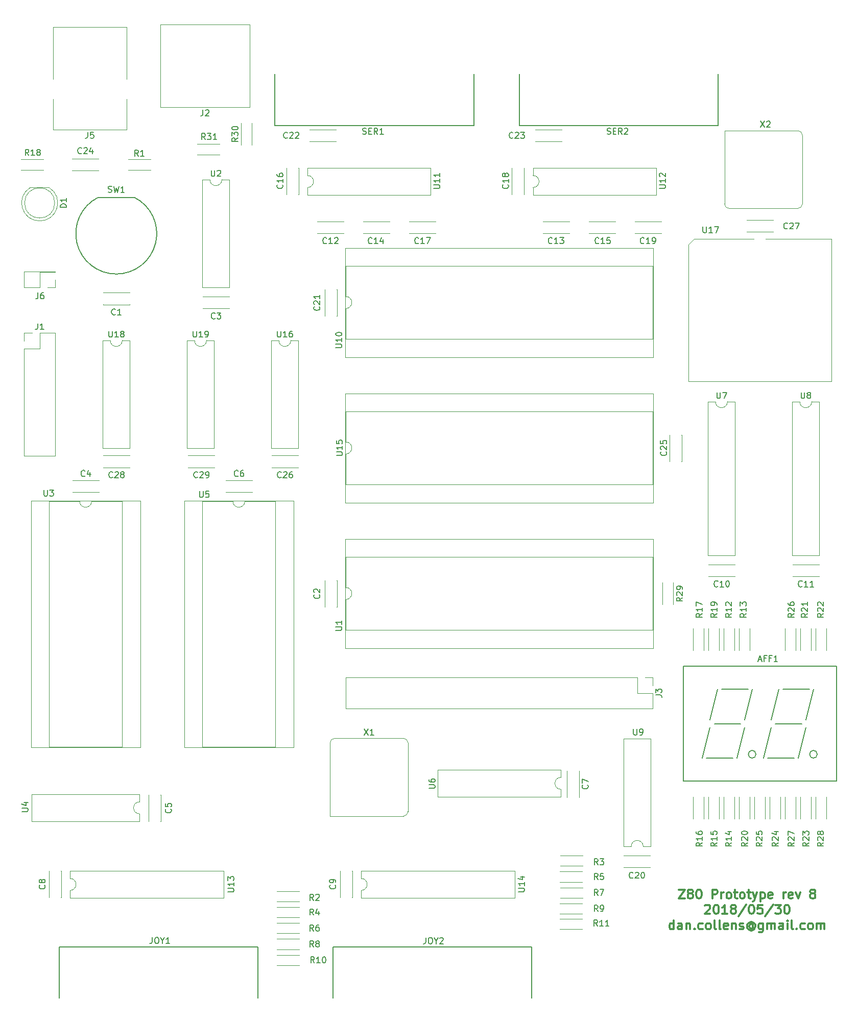
<source format=gbr>
%TF.GenerationSoftware,KiCad,Pcbnew,4.0.7*%
%TF.CreationDate,2018-05-30T14:50:17-04:00*%
%TF.ProjectId,z80,7A38302E6B696361645F706362000000,1*%
%TF.FileFunction,Legend,Top*%
%FSLAX46Y46*%
G04 Gerber Fmt 4.6, Leading zero omitted, Abs format (unit mm)*
G04 Created by KiCad (PCBNEW 4.0.7) date Wednesday, May 30, 2018 'PMt' 02:50:17 PM*
%MOMM*%
%LPD*%
G01*
G04 APERTURE LIST*
%ADD10C,0.150000*%
%ADD11C,0.300000*%
%ADD12C,0.120000*%
G04 APERTURE END LIST*
D10*
D11*
X130070059Y-158094971D02*
X131070059Y-158094971D01*
X130070059Y-159594971D01*
X131070059Y-159594971D01*
X131855773Y-158737829D02*
X131712915Y-158666400D01*
X131641487Y-158594971D01*
X131570058Y-158452114D01*
X131570058Y-158380686D01*
X131641487Y-158237829D01*
X131712915Y-158166400D01*
X131855773Y-158094971D01*
X132141487Y-158094971D01*
X132284344Y-158166400D01*
X132355773Y-158237829D01*
X132427201Y-158380686D01*
X132427201Y-158452114D01*
X132355773Y-158594971D01*
X132284344Y-158666400D01*
X132141487Y-158737829D01*
X131855773Y-158737829D01*
X131712915Y-158809257D01*
X131641487Y-158880686D01*
X131570058Y-159023543D01*
X131570058Y-159309257D01*
X131641487Y-159452114D01*
X131712915Y-159523543D01*
X131855773Y-159594971D01*
X132141487Y-159594971D01*
X132284344Y-159523543D01*
X132355773Y-159452114D01*
X132427201Y-159309257D01*
X132427201Y-159023543D01*
X132355773Y-158880686D01*
X132284344Y-158809257D01*
X132141487Y-158737829D01*
X133355772Y-158094971D02*
X133498629Y-158094971D01*
X133641486Y-158166400D01*
X133712915Y-158237829D01*
X133784344Y-158380686D01*
X133855772Y-158666400D01*
X133855772Y-159023543D01*
X133784344Y-159309257D01*
X133712915Y-159452114D01*
X133641486Y-159523543D01*
X133498629Y-159594971D01*
X133355772Y-159594971D01*
X133212915Y-159523543D01*
X133141486Y-159452114D01*
X133070058Y-159309257D01*
X132998629Y-159023543D01*
X132998629Y-158666400D01*
X133070058Y-158380686D01*
X133141486Y-158237829D01*
X133212915Y-158166400D01*
X133355772Y-158094971D01*
X135641486Y-159594971D02*
X135641486Y-158094971D01*
X136212914Y-158094971D01*
X136355772Y-158166400D01*
X136427200Y-158237829D01*
X136498629Y-158380686D01*
X136498629Y-158594971D01*
X136427200Y-158737829D01*
X136355772Y-158809257D01*
X136212914Y-158880686D01*
X135641486Y-158880686D01*
X137141486Y-159594971D02*
X137141486Y-158594971D01*
X137141486Y-158880686D02*
X137212914Y-158737829D01*
X137284343Y-158666400D01*
X137427200Y-158594971D01*
X137570057Y-158594971D01*
X138284343Y-159594971D02*
X138141485Y-159523543D01*
X138070057Y-159452114D01*
X137998628Y-159309257D01*
X137998628Y-158880686D01*
X138070057Y-158737829D01*
X138141485Y-158666400D01*
X138284343Y-158594971D01*
X138498628Y-158594971D01*
X138641485Y-158666400D01*
X138712914Y-158737829D01*
X138784343Y-158880686D01*
X138784343Y-159309257D01*
X138712914Y-159452114D01*
X138641485Y-159523543D01*
X138498628Y-159594971D01*
X138284343Y-159594971D01*
X139212914Y-158594971D02*
X139784343Y-158594971D01*
X139427200Y-158094971D02*
X139427200Y-159380686D01*
X139498628Y-159523543D01*
X139641486Y-159594971D01*
X139784343Y-159594971D01*
X140498629Y-159594971D02*
X140355771Y-159523543D01*
X140284343Y-159452114D01*
X140212914Y-159309257D01*
X140212914Y-158880686D01*
X140284343Y-158737829D01*
X140355771Y-158666400D01*
X140498629Y-158594971D01*
X140712914Y-158594971D01*
X140855771Y-158666400D01*
X140927200Y-158737829D01*
X140998629Y-158880686D01*
X140998629Y-159309257D01*
X140927200Y-159452114D01*
X140855771Y-159523543D01*
X140712914Y-159594971D01*
X140498629Y-159594971D01*
X141427200Y-158594971D02*
X141998629Y-158594971D01*
X141641486Y-158094971D02*
X141641486Y-159380686D01*
X141712914Y-159523543D01*
X141855772Y-159594971D01*
X141998629Y-159594971D01*
X142355772Y-158594971D02*
X142712915Y-159594971D01*
X143070057Y-158594971D02*
X142712915Y-159594971D01*
X142570057Y-159952114D01*
X142498629Y-160023543D01*
X142355772Y-160094971D01*
X143641486Y-158594971D02*
X143641486Y-160094971D01*
X143641486Y-158666400D02*
X143784343Y-158594971D01*
X144070057Y-158594971D01*
X144212914Y-158666400D01*
X144284343Y-158737829D01*
X144355772Y-158880686D01*
X144355772Y-159309257D01*
X144284343Y-159452114D01*
X144212914Y-159523543D01*
X144070057Y-159594971D01*
X143784343Y-159594971D01*
X143641486Y-159523543D01*
X145570057Y-159523543D02*
X145427200Y-159594971D01*
X145141486Y-159594971D01*
X144998629Y-159523543D01*
X144927200Y-159380686D01*
X144927200Y-158809257D01*
X144998629Y-158666400D01*
X145141486Y-158594971D01*
X145427200Y-158594971D01*
X145570057Y-158666400D01*
X145641486Y-158809257D01*
X145641486Y-158952114D01*
X144927200Y-159094971D01*
X147427200Y-159594971D02*
X147427200Y-158594971D01*
X147427200Y-158880686D02*
X147498628Y-158737829D01*
X147570057Y-158666400D01*
X147712914Y-158594971D01*
X147855771Y-158594971D01*
X148927199Y-159523543D02*
X148784342Y-159594971D01*
X148498628Y-159594971D01*
X148355771Y-159523543D01*
X148284342Y-159380686D01*
X148284342Y-158809257D01*
X148355771Y-158666400D01*
X148498628Y-158594971D01*
X148784342Y-158594971D01*
X148927199Y-158666400D01*
X148998628Y-158809257D01*
X148998628Y-158952114D01*
X148284342Y-159094971D01*
X149498628Y-158594971D02*
X149855771Y-159594971D01*
X150212913Y-158594971D01*
X152141485Y-158737829D02*
X151998627Y-158666400D01*
X151927199Y-158594971D01*
X151855770Y-158452114D01*
X151855770Y-158380686D01*
X151927199Y-158237829D01*
X151998627Y-158166400D01*
X152141485Y-158094971D01*
X152427199Y-158094971D01*
X152570056Y-158166400D01*
X152641485Y-158237829D01*
X152712913Y-158380686D01*
X152712913Y-158452114D01*
X152641485Y-158594971D01*
X152570056Y-158666400D01*
X152427199Y-158737829D01*
X152141485Y-158737829D01*
X151998627Y-158809257D01*
X151927199Y-158880686D01*
X151855770Y-159023543D01*
X151855770Y-159309257D01*
X151927199Y-159452114D01*
X151998627Y-159523543D01*
X152141485Y-159594971D01*
X152427199Y-159594971D01*
X152570056Y-159523543D01*
X152641485Y-159452114D01*
X152712913Y-159309257D01*
X152712913Y-159023543D01*
X152641485Y-158880686D01*
X152570056Y-158809257D01*
X152427199Y-158737829D01*
X134427201Y-160787829D02*
X134498630Y-160716400D01*
X134641487Y-160644971D01*
X134998630Y-160644971D01*
X135141487Y-160716400D01*
X135212916Y-160787829D01*
X135284344Y-160930686D01*
X135284344Y-161073543D01*
X135212916Y-161287829D01*
X134355773Y-162144971D01*
X135284344Y-162144971D01*
X136212915Y-160644971D02*
X136355772Y-160644971D01*
X136498629Y-160716400D01*
X136570058Y-160787829D01*
X136641487Y-160930686D01*
X136712915Y-161216400D01*
X136712915Y-161573543D01*
X136641487Y-161859257D01*
X136570058Y-162002114D01*
X136498629Y-162073543D01*
X136355772Y-162144971D01*
X136212915Y-162144971D01*
X136070058Y-162073543D01*
X135998629Y-162002114D01*
X135927201Y-161859257D01*
X135855772Y-161573543D01*
X135855772Y-161216400D01*
X135927201Y-160930686D01*
X135998629Y-160787829D01*
X136070058Y-160716400D01*
X136212915Y-160644971D01*
X138141486Y-162144971D02*
X137284343Y-162144971D01*
X137712915Y-162144971D02*
X137712915Y-160644971D01*
X137570058Y-160859257D01*
X137427200Y-161002114D01*
X137284343Y-161073543D01*
X138998629Y-161287829D02*
X138855771Y-161216400D01*
X138784343Y-161144971D01*
X138712914Y-161002114D01*
X138712914Y-160930686D01*
X138784343Y-160787829D01*
X138855771Y-160716400D01*
X138998629Y-160644971D01*
X139284343Y-160644971D01*
X139427200Y-160716400D01*
X139498629Y-160787829D01*
X139570057Y-160930686D01*
X139570057Y-161002114D01*
X139498629Y-161144971D01*
X139427200Y-161216400D01*
X139284343Y-161287829D01*
X138998629Y-161287829D01*
X138855771Y-161359257D01*
X138784343Y-161430686D01*
X138712914Y-161573543D01*
X138712914Y-161859257D01*
X138784343Y-162002114D01*
X138855771Y-162073543D01*
X138998629Y-162144971D01*
X139284343Y-162144971D01*
X139427200Y-162073543D01*
X139498629Y-162002114D01*
X139570057Y-161859257D01*
X139570057Y-161573543D01*
X139498629Y-161430686D01*
X139427200Y-161359257D01*
X139284343Y-161287829D01*
X141284342Y-160573543D02*
X139998628Y-162502114D01*
X142070057Y-160644971D02*
X142212914Y-160644971D01*
X142355771Y-160716400D01*
X142427200Y-160787829D01*
X142498629Y-160930686D01*
X142570057Y-161216400D01*
X142570057Y-161573543D01*
X142498629Y-161859257D01*
X142427200Y-162002114D01*
X142355771Y-162073543D01*
X142212914Y-162144971D01*
X142070057Y-162144971D01*
X141927200Y-162073543D01*
X141855771Y-162002114D01*
X141784343Y-161859257D01*
X141712914Y-161573543D01*
X141712914Y-161216400D01*
X141784343Y-160930686D01*
X141855771Y-160787829D01*
X141927200Y-160716400D01*
X142070057Y-160644971D01*
X143927200Y-160644971D02*
X143212914Y-160644971D01*
X143141485Y-161359257D01*
X143212914Y-161287829D01*
X143355771Y-161216400D01*
X143712914Y-161216400D01*
X143855771Y-161287829D01*
X143927200Y-161359257D01*
X143998628Y-161502114D01*
X143998628Y-161859257D01*
X143927200Y-162002114D01*
X143855771Y-162073543D01*
X143712914Y-162144971D01*
X143355771Y-162144971D01*
X143212914Y-162073543D01*
X143141485Y-162002114D01*
X145712913Y-160573543D02*
X144427199Y-162502114D01*
X146070057Y-160644971D02*
X146998628Y-160644971D01*
X146498628Y-161216400D01*
X146712914Y-161216400D01*
X146855771Y-161287829D01*
X146927200Y-161359257D01*
X146998628Y-161502114D01*
X146998628Y-161859257D01*
X146927200Y-162002114D01*
X146855771Y-162073543D01*
X146712914Y-162144971D01*
X146284342Y-162144971D01*
X146141485Y-162073543D01*
X146070057Y-162002114D01*
X147927199Y-160644971D02*
X148070056Y-160644971D01*
X148212913Y-160716400D01*
X148284342Y-160787829D01*
X148355771Y-160930686D01*
X148427199Y-161216400D01*
X148427199Y-161573543D01*
X148355771Y-161859257D01*
X148284342Y-162002114D01*
X148212913Y-162073543D01*
X148070056Y-162144971D01*
X147927199Y-162144971D01*
X147784342Y-162073543D01*
X147712913Y-162002114D01*
X147641485Y-161859257D01*
X147570056Y-161573543D01*
X147570056Y-161216400D01*
X147641485Y-160930686D01*
X147712913Y-160787829D01*
X147784342Y-160716400D01*
X147927199Y-160644971D01*
X129248629Y-164694971D02*
X129248629Y-163194971D01*
X129248629Y-164623543D02*
X129105772Y-164694971D01*
X128820058Y-164694971D01*
X128677200Y-164623543D01*
X128605772Y-164552114D01*
X128534343Y-164409257D01*
X128534343Y-163980686D01*
X128605772Y-163837829D01*
X128677200Y-163766400D01*
X128820058Y-163694971D01*
X129105772Y-163694971D01*
X129248629Y-163766400D01*
X130605772Y-164694971D02*
X130605772Y-163909257D01*
X130534343Y-163766400D01*
X130391486Y-163694971D01*
X130105772Y-163694971D01*
X129962915Y-163766400D01*
X130605772Y-164623543D02*
X130462915Y-164694971D01*
X130105772Y-164694971D01*
X129962915Y-164623543D01*
X129891486Y-164480686D01*
X129891486Y-164337829D01*
X129962915Y-164194971D01*
X130105772Y-164123543D01*
X130462915Y-164123543D01*
X130605772Y-164052114D01*
X131320058Y-163694971D02*
X131320058Y-164694971D01*
X131320058Y-163837829D02*
X131391486Y-163766400D01*
X131534344Y-163694971D01*
X131748629Y-163694971D01*
X131891486Y-163766400D01*
X131962915Y-163909257D01*
X131962915Y-164694971D01*
X132677201Y-164552114D02*
X132748629Y-164623543D01*
X132677201Y-164694971D01*
X132605772Y-164623543D01*
X132677201Y-164552114D01*
X132677201Y-164694971D01*
X134034344Y-164623543D02*
X133891487Y-164694971D01*
X133605773Y-164694971D01*
X133462915Y-164623543D01*
X133391487Y-164552114D01*
X133320058Y-164409257D01*
X133320058Y-163980686D01*
X133391487Y-163837829D01*
X133462915Y-163766400D01*
X133605773Y-163694971D01*
X133891487Y-163694971D01*
X134034344Y-163766400D01*
X134891487Y-164694971D02*
X134748629Y-164623543D01*
X134677201Y-164552114D01*
X134605772Y-164409257D01*
X134605772Y-163980686D01*
X134677201Y-163837829D01*
X134748629Y-163766400D01*
X134891487Y-163694971D01*
X135105772Y-163694971D01*
X135248629Y-163766400D01*
X135320058Y-163837829D01*
X135391487Y-163980686D01*
X135391487Y-164409257D01*
X135320058Y-164552114D01*
X135248629Y-164623543D01*
X135105772Y-164694971D01*
X134891487Y-164694971D01*
X136248630Y-164694971D02*
X136105772Y-164623543D01*
X136034344Y-164480686D01*
X136034344Y-163194971D01*
X137034344Y-164694971D02*
X136891486Y-164623543D01*
X136820058Y-164480686D01*
X136820058Y-163194971D01*
X138177200Y-164623543D02*
X138034343Y-164694971D01*
X137748629Y-164694971D01*
X137605772Y-164623543D01*
X137534343Y-164480686D01*
X137534343Y-163909257D01*
X137605772Y-163766400D01*
X137748629Y-163694971D01*
X138034343Y-163694971D01*
X138177200Y-163766400D01*
X138248629Y-163909257D01*
X138248629Y-164052114D01*
X137534343Y-164194971D01*
X138891486Y-163694971D02*
X138891486Y-164694971D01*
X138891486Y-163837829D02*
X138962914Y-163766400D01*
X139105772Y-163694971D01*
X139320057Y-163694971D01*
X139462914Y-163766400D01*
X139534343Y-163909257D01*
X139534343Y-164694971D01*
X140177200Y-164623543D02*
X140320057Y-164694971D01*
X140605772Y-164694971D01*
X140748629Y-164623543D01*
X140820057Y-164480686D01*
X140820057Y-164409257D01*
X140748629Y-164266400D01*
X140605772Y-164194971D01*
X140391486Y-164194971D01*
X140248629Y-164123543D01*
X140177200Y-163980686D01*
X140177200Y-163909257D01*
X140248629Y-163766400D01*
X140391486Y-163694971D01*
X140605772Y-163694971D01*
X140748629Y-163766400D01*
X142391486Y-163980686D02*
X142320058Y-163909257D01*
X142177201Y-163837829D01*
X142034343Y-163837829D01*
X141891486Y-163909257D01*
X141820058Y-163980686D01*
X141748629Y-164123543D01*
X141748629Y-164266400D01*
X141820058Y-164409257D01*
X141891486Y-164480686D01*
X142034343Y-164552114D01*
X142177201Y-164552114D01*
X142320058Y-164480686D01*
X142391486Y-164409257D01*
X142391486Y-163837829D02*
X142391486Y-164409257D01*
X142462915Y-164480686D01*
X142534343Y-164480686D01*
X142677201Y-164409257D01*
X142748629Y-164266400D01*
X142748629Y-163909257D01*
X142605772Y-163694971D01*
X142391486Y-163552114D01*
X142105772Y-163480686D01*
X141820058Y-163552114D01*
X141605772Y-163694971D01*
X141462915Y-163909257D01*
X141391486Y-164194971D01*
X141462915Y-164480686D01*
X141605772Y-164694971D01*
X141820058Y-164837829D01*
X142105772Y-164909257D01*
X142391486Y-164837829D01*
X142605772Y-164694971D01*
X144034343Y-163694971D02*
X144034343Y-164909257D01*
X143962914Y-165052114D01*
X143891486Y-165123543D01*
X143748629Y-165194971D01*
X143534343Y-165194971D01*
X143391486Y-165123543D01*
X144034343Y-164623543D02*
X143891486Y-164694971D01*
X143605772Y-164694971D01*
X143462914Y-164623543D01*
X143391486Y-164552114D01*
X143320057Y-164409257D01*
X143320057Y-163980686D01*
X143391486Y-163837829D01*
X143462914Y-163766400D01*
X143605772Y-163694971D01*
X143891486Y-163694971D01*
X144034343Y-163766400D01*
X144748629Y-164694971D02*
X144748629Y-163694971D01*
X144748629Y-163837829D02*
X144820057Y-163766400D01*
X144962915Y-163694971D01*
X145177200Y-163694971D01*
X145320057Y-163766400D01*
X145391486Y-163909257D01*
X145391486Y-164694971D01*
X145391486Y-163909257D02*
X145462915Y-163766400D01*
X145605772Y-163694971D01*
X145820057Y-163694971D01*
X145962915Y-163766400D01*
X146034343Y-163909257D01*
X146034343Y-164694971D01*
X147391486Y-164694971D02*
X147391486Y-163909257D01*
X147320057Y-163766400D01*
X147177200Y-163694971D01*
X146891486Y-163694971D01*
X146748629Y-163766400D01*
X147391486Y-164623543D02*
X147248629Y-164694971D01*
X146891486Y-164694971D01*
X146748629Y-164623543D01*
X146677200Y-164480686D01*
X146677200Y-164337829D01*
X146748629Y-164194971D01*
X146891486Y-164123543D01*
X147248629Y-164123543D01*
X147391486Y-164052114D01*
X148105772Y-164694971D02*
X148105772Y-163694971D01*
X148105772Y-163194971D02*
X148034343Y-163266400D01*
X148105772Y-163337829D01*
X148177200Y-163266400D01*
X148105772Y-163194971D01*
X148105772Y-163337829D01*
X149034344Y-164694971D02*
X148891486Y-164623543D01*
X148820058Y-164480686D01*
X148820058Y-163194971D01*
X149605772Y-164552114D02*
X149677200Y-164623543D01*
X149605772Y-164694971D01*
X149534343Y-164623543D01*
X149605772Y-164552114D01*
X149605772Y-164694971D01*
X150962915Y-164623543D02*
X150820058Y-164694971D01*
X150534344Y-164694971D01*
X150391486Y-164623543D01*
X150320058Y-164552114D01*
X150248629Y-164409257D01*
X150248629Y-163980686D01*
X150320058Y-163837829D01*
X150391486Y-163766400D01*
X150534344Y-163694971D01*
X150820058Y-163694971D01*
X150962915Y-163766400D01*
X151820058Y-164694971D02*
X151677200Y-164623543D01*
X151605772Y-164552114D01*
X151534343Y-164409257D01*
X151534343Y-163980686D01*
X151605772Y-163837829D01*
X151677200Y-163766400D01*
X151820058Y-163694971D01*
X152034343Y-163694971D01*
X152177200Y-163766400D01*
X152248629Y-163837829D01*
X152320058Y-163980686D01*
X152320058Y-164409257D01*
X152248629Y-164552114D01*
X152177200Y-164623543D01*
X152034343Y-164694971D01*
X151820058Y-164694971D01*
X152962915Y-164694971D02*
X152962915Y-163694971D01*
X152962915Y-163837829D02*
X153034343Y-163766400D01*
X153177201Y-163694971D01*
X153391486Y-163694971D01*
X153534343Y-163766400D01*
X153605772Y-163909257D01*
X153605772Y-164694971D01*
X153605772Y-163909257D02*
X153677201Y-163766400D01*
X153820058Y-163694971D01*
X154034343Y-163694971D01*
X154177201Y-163766400D01*
X154248629Y-163909257D01*
X154248629Y-164694971D01*
D10*
X137160000Y-124865000D02*
X141605000Y-124865000D01*
X140970000Y-129945000D02*
X142240000Y-124865000D01*
X135255000Y-129945000D02*
X136525000Y-124865000D01*
X134620000Y-136295000D02*
X139065000Y-136295000D01*
X135255000Y-131215000D02*
X133985000Y-136295000D01*
X140970000Y-131215000D02*
X139700000Y-136295000D01*
X153035000Y-135660000D02*
G75*
G03X153035000Y-135660000I-635000J0D01*
G01*
X147320000Y-124865000D02*
X151765000Y-124865000D01*
X144780000Y-136295000D02*
X149225000Y-136295000D01*
X151130000Y-131215000D02*
X149860000Y-136295000D01*
X144145000Y-136295000D02*
X145415000Y-131215000D01*
X151130000Y-129945000D02*
X152400000Y-124865000D01*
X145415000Y-129945000D02*
X146685000Y-124865000D01*
X146050000Y-130580000D02*
X150495000Y-130580000D01*
X143510000Y-121055000D02*
X156210000Y-121055000D01*
X156210000Y-121055000D02*
X156210000Y-140105000D01*
X156210000Y-140105000D02*
X143510000Y-140105000D01*
X136144000Y-130580000D02*
X140208000Y-130580000D01*
X142875000Y-135660000D02*
G75*
G03X142875000Y-135660000I-635000J0D01*
G01*
X132080000Y-121055000D02*
X130810000Y-121055000D01*
X130810000Y-121055000D02*
X130810000Y-140105000D01*
X130810000Y-140105000D02*
X132080000Y-140105000D01*
X142240000Y-140105000D02*
X143510000Y-140105000D01*
X143510000Y-121055000D02*
X142240000Y-121055000D01*
X132080000Y-140105000D02*
X142240000Y-140105000D01*
X142240000Y-121055000D02*
X132080000Y-121055000D01*
X136017000Y-130580000D02*
X140335000Y-130580000D01*
D12*
X39050800Y-61079600D02*
X34630800Y-61079600D01*
X39050800Y-59059600D02*
X34630800Y-59059600D01*
X39050800Y-61079600D02*
X39050800Y-61065600D01*
X39050800Y-59073600D02*
X39050800Y-59059600D01*
X34630800Y-61079600D02*
X34630800Y-61065600D01*
X34630800Y-59073600D02*
X34630800Y-59059600D01*
X71380000Y-111240000D02*
X71380000Y-106820000D01*
X73400000Y-111240000D02*
X73400000Y-106820000D01*
X71380000Y-111240000D02*
X71394000Y-111240000D01*
X73386000Y-111240000D02*
X73400000Y-111240000D01*
X71380000Y-106820000D02*
X71394000Y-106820000D01*
X73386000Y-106820000D02*
X73400000Y-106820000D01*
X55590000Y-61740000D02*
X51170000Y-61740000D01*
X55590000Y-59720000D02*
X51170000Y-59720000D01*
X55590000Y-61740000D02*
X55590000Y-61726000D01*
X55590000Y-59734000D02*
X55590000Y-59720000D01*
X51170000Y-61740000D02*
X51170000Y-61726000D01*
X51170000Y-59734000D02*
X51170000Y-59720000D01*
X34000000Y-92220000D02*
X29580000Y-92220000D01*
X34000000Y-90200000D02*
X29580000Y-90200000D01*
X34000000Y-92220000D02*
X34000000Y-92206000D01*
X34000000Y-90214000D02*
X34000000Y-90200000D01*
X29580000Y-92220000D02*
X29580000Y-92206000D01*
X29580000Y-90214000D02*
X29580000Y-90200000D01*
X42170000Y-146800000D02*
X42170000Y-142380000D01*
X44190000Y-146800000D02*
X44190000Y-142380000D01*
X42170000Y-146800000D02*
X42184000Y-146800000D01*
X44176000Y-146800000D02*
X44190000Y-146800000D01*
X42170000Y-142380000D02*
X42184000Y-142380000D01*
X44176000Y-142380000D02*
X44190000Y-142380000D01*
X59400000Y-92220000D02*
X54980000Y-92220000D01*
X59400000Y-90200000D02*
X54980000Y-90200000D01*
X59400000Y-92220000D02*
X59400000Y-92206000D01*
X59400000Y-90214000D02*
X59400000Y-90200000D01*
X54980000Y-92220000D02*
X54980000Y-92206000D01*
X54980000Y-90214000D02*
X54980000Y-90200000D01*
X111562800Y-142808400D02*
X111562800Y-138388400D01*
X113582800Y-142808400D02*
X113582800Y-138388400D01*
X111562800Y-142808400D02*
X111576800Y-142808400D01*
X113568800Y-142808400D02*
X113582800Y-142808400D01*
X111562800Y-138388400D02*
X111576800Y-138388400D01*
X113568800Y-138388400D02*
X113582800Y-138388400D01*
X27680000Y-155000000D02*
X27680000Y-159420000D01*
X25660000Y-155000000D02*
X25660000Y-159420000D01*
X27680000Y-155000000D02*
X27666000Y-155000000D01*
X25674000Y-155000000D02*
X25660000Y-155000000D01*
X27680000Y-159420000D02*
X27666000Y-159420000D01*
X25674000Y-159420000D02*
X25660000Y-159420000D01*
X75940000Y-155000000D02*
X75940000Y-159420000D01*
X73920000Y-155000000D02*
X73920000Y-159420000D01*
X75940000Y-155000000D02*
X75926000Y-155000000D01*
X73934000Y-155000000D02*
X73920000Y-155000000D01*
X75940000Y-159420000D02*
X75926000Y-159420000D01*
X73934000Y-159420000D02*
X73920000Y-159420000D01*
X139410000Y-106190000D02*
X134990000Y-106190000D01*
X139410000Y-104170000D02*
X134990000Y-104170000D01*
X139410000Y-106190000D02*
X139410000Y-106176000D01*
X139410000Y-104184000D02*
X139410000Y-104170000D01*
X134990000Y-106190000D02*
X134990000Y-106176000D01*
X134990000Y-104184000D02*
X134990000Y-104170000D01*
X153380000Y-106190000D02*
X148960000Y-106190000D01*
X153380000Y-104170000D02*
X148960000Y-104170000D01*
X153380000Y-106190000D02*
X153380000Y-106176000D01*
X153380000Y-104184000D02*
X153380000Y-104170000D01*
X148960000Y-106190000D02*
X148960000Y-106176000D01*
X148960000Y-104184000D02*
X148960000Y-104170000D01*
X70140000Y-47274000D02*
X74560000Y-47274000D01*
X70140000Y-49294000D02*
X74560000Y-49294000D01*
X70140000Y-47274000D02*
X70140000Y-47288000D01*
X70140000Y-49280000D02*
X70140000Y-49294000D01*
X74560000Y-47274000D02*
X74560000Y-47288000D01*
X74560000Y-49280000D02*
X74560000Y-49294000D01*
X107528800Y-47274000D02*
X111948800Y-47274000D01*
X107528800Y-49294000D02*
X111948800Y-49294000D01*
X107528800Y-47274000D02*
X107528800Y-47288000D01*
X107528800Y-49280000D02*
X107528800Y-49294000D01*
X111948800Y-47274000D02*
X111948800Y-47288000D01*
X111948800Y-49280000D02*
X111948800Y-49294000D01*
X77760000Y-47274000D02*
X82180000Y-47274000D01*
X77760000Y-49294000D02*
X82180000Y-49294000D01*
X77760000Y-47274000D02*
X77760000Y-47288000D01*
X77760000Y-49280000D02*
X77760000Y-49294000D01*
X82180000Y-47274000D02*
X82180000Y-47288000D01*
X82180000Y-49280000D02*
X82180000Y-49294000D01*
X115148800Y-47274000D02*
X119568800Y-47274000D01*
X115148800Y-49294000D02*
X119568800Y-49294000D01*
X115148800Y-47274000D02*
X115148800Y-47288000D01*
X115148800Y-49280000D02*
X115148800Y-49294000D01*
X119568800Y-47274000D02*
X119568800Y-47288000D01*
X119568800Y-49280000D02*
X119568800Y-49294000D01*
X67050000Y-38414000D02*
X67050000Y-42834000D01*
X65030000Y-38414000D02*
X65030000Y-42834000D01*
X67050000Y-38414000D02*
X67036000Y-38414000D01*
X65044000Y-38414000D02*
X65030000Y-38414000D01*
X67050000Y-42834000D02*
X67036000Y-42834000D01*
X65044000Y-42834000D02*
X65030000Y-42834000D01*
X85380000Y-47274000D02*
X89800000Y-47274000D01*
X85380000Y-49294000D02*
X89800000Y-49294000D01*
X85380000Y-47274000D02*
X85380000Y-47288000D01*
X85380000Y-49280000D02*
X85380000Y-49294000D01*
X89800000Y-47274000D02*
X89800000Y-47288000D01*
X89800000Y-49280000D02*
X89800000Y-49294000D01*
X104438800Y-38414000D02*
X104438800Y-42834000D01*
X102418800Y-38414000D02*
X102418800Y-42834000D01*
X104438800Y-38414000D02*
X104424800Y-38414000D01*
X102432800Y-38414000D02*
X102418800Y-38414000D01*
X104438800Y-42834000D02*
X104424800Y-42834000D01*
X102432800Y-42834000D02*
X102418800Y-42834000D01*
X122768800Y-47274000D02*
X127188800Y-47274000D01*
X122768800Y-49294000D02*
X127188800Y-49294000D01*
X122768800Y-47274000D02*
X122768800Y-47288000D01*
X122768800Y-49280000D02*
X122768800Y-49294000D01*
X127188800Y-47274000D02*
X127188800Y-47288000D01*
X127188800Y-49280000D02*
X127188800Y-49294000D01*
X120940000Y-152430000D02*
X125360000Y-152430000D01*
X120940000Y-154450000D02*
X125360000Y-154450000D01*
X120940000Y-152430000D02*
X120940000Y-152444000D01*
X120940000Y-154436000D02*
X120940000Y-154450000D01*
X125360000Y-152430000D02*
X125360000Y-152444000D01*
X125360000Y-154436000D02*
X125360000Y-154450000D01*
X71380000Y-62980000D02*
X71380000Y-58560000D01*
X73400000Y-62980000D02*
X73400000Y-58560000D01*
X71380000Y-62980000D02*
X71394000Y-62980000D01*
X73386000Y-62980000D02*
X73400000Y-62980000D01*
X71380000Y-58560000D02*
X71394000Y-58560000D01*
X73386000Y-58560000D02*
X73400000Y-58560000D01*
X68870000Y-32034000D02*
X73290000Y-32034000D01*
X68870000Y-34054000D02*
X73290000Y-34054000D01*
X68870000Y-32034000D02*
X68870000Y-32048000D01*
X68870000Y-34040000D02*
X68870000Y-34054000D01*
X73290000Y-32034000D02*
X73290000Y-32048000D01*
X73290000Y-34040000D02*
X73290000Y-34054000D01*
X106258800Y-32034000D02*
X110678800Y-32034000D01*
X106258800Y-34054000D02*
X110678800Y-34054000D01*
X106258800Y-32034000D02*
X106258800Y-32048000D01*
X106258800Y-34040000D02*
X106258800Y-34054000D01*
X110678800Y-32034000D02*
X110678800Y-32048000D01*
X110678800Y-34040000D02*
X110678800Y-34054000D01*
X29500000Y-36860000D02*
X33920000Y-36860000D01*
X29500000Y-38880000D02*
X33920000Y-38880000D01*
X29500000Y-36860000D02*
X29500000Y-36874000D01*
X29500000Y-38866000D02*
X29500000Y-38880000D01*
X33920000Y-36860000D02*
X33920000Y-36874000D01*
X33920000Y-38866000D02*
X33920000Y-38880000D01*
X130550000Y-82690000D02*
X130550000Y-87110000D01*
X128530000Y-82690000D02*
X128530000Y-87110000D01*
X130550000Y-82690000D02*
X130536000Y-82690000D01*
X128544000Y-82690000D02*
X128530000Y-82690000D01*
X130550000Y-87110000D02*
X130536000Y-87110000D01*
X128544000Y-87110000D02*
X128530000Y-87110000D01*
X67020000Y-88105200D02*
X62600000Y-88105200D01*
X67020000Y-86085200D02*
X62600000Y-86085200D01*
X67020000Y-88105200D02*
X67020000Y-88091200D01*
X67020000Y-86099200D02*
X67020000Y-86085200D01*
X62600000Y-88105200D02*
X62600000Y-88091200D01*
X62600000Y-86099200D02*
X62600000Y-86085200D01*
X145760000Y-49040000D02*
X141340000Y-49040000D01*
X145760000Y-47020000D02*
X141340000Y-47020000D01*
X145760000Y-49040000D02*
X145760000Y-49026000D01*
X145760000Y-47034000D02*
X145760000Y-47020000D01*
X141340000Y-49040000D02*
X141340000Y-49026000D01*
X141340000Y-47034000D02*
X141340000Y-47020000D01*
X39080000Y-88105200D02*
X34660000Y-88105200D01*
X39080000Y-86085200D02*
X34660000Y-86085200D01*
X39080000Y-88105200D02*
X39080000Y-88091200D01*
X39080000Y-86099200D02*
X39080000Y-86085200D01*
X34660000Y-88105200D02*
X34660000Y-88091200D01*
X34660000Y-86099200D02*
X34660000Y-86085200D01*
X53151600Y-88105200D02*
X48731600Y-88105200D01*
X53151600Y-86085200D02*
X48731600Y-86085200D01*
X53151600Y-88105200D02*
X53151600Y-88091200D01*
X53151600Y-86099200D02*
X53151600Y-86085200D01*
X48731600Y-88105200D02*
X48731600Y-88091200D01*
X48731600Y-86099200D02*
X48731600Y-86085200D01*
X24129538Y-47210000D02*
G75*
G03X25674830Y-41660000I462J2990000D01*
G01*
X24130462Y-47210000D02*
G75*
G02X22585170Y-41660000I-462J2990000D01*
G01*
X26630000Y-44220000D02*
G75*
G03X26630000Y-44220000I-2500000J0D01*
G01*
X25675000Y-41660000D02*
X22585000Y-41660000D01*
X21530000Y-86190000D02*
X26730000Y-86190000D01*
X21530000Y-68350000D02*
X21530000Y-86190000D01*
X26730000Y-65750000D02*
X26730000Y-86190000D01*
X21530000Y-68350000D02*
X24130000Y-68350000D01*
X24130000Y-68350000D02*
X24130000Y-65750000D01*
X24130000Y-65750000D02*
X26730000Y-65750000D01*
X21530000Y-67080000D02*
X21530000Y-65750000D01*
X21530000Y-65750000D02*
X22860000Y-65750000D01*
X74870000Y-122900000D02*
X74870000Y-128100000D01*
X123190000Y-122900000D02*
X74870000Y-122900000D01*
X125790000Y-128100000D02*
X74870000Y-128100000D01*
X123190000Y-122900000D02*
X123190000Y-125500000D01*
X123190000Y-125500000D02*
X125790000Y-125500000D01*
X125790000Y-125500000D02*
X125790000Y-128100000D01*
X124460000Y-122900000D02*
X125790000Y-122900000D01*
X125790000Y-122900000D02*
X125790000Y-124230000D01*
X26730000Y-55590000D02*
X21530000Y-55590000D01*
X26730000Y-55650000D02*
X26730000Y-55590000D01*
X21530000Y-58250000D02*
X21530000Y-55590000D01*
X26730000Y-55650000D02*
X24130000Y-55650000D01*
X24130000Y-55650000D02*
X24130000Y-58250000D01*
X24130000Y-58250000D02*
X21530000Y-58250000D01*
X26730000Y-56920000D02*
X26730000Y-58250000D01*
X26730000Y-58250000D02*
X25400000Y-58250000D01*
X38780000Y-37010000D02*
X42500000Y-37010000D01*
X38780000Y-38730000D02*
X42500000Y-38730000D01*
X67188800Y-160091200D02*
X63468800Y-160091200D01*
X67188800Y-158371200D02*
X63468800Y-158371200D01*
X114128000Y-154198400D02*
X110408000Y-154198400D01*
X114128000Y-152478400D02*
X110408000Y-152478400D01*
X67188800Y-162732800D02*
X63468800Y-162732800D01*
X67188800Y-161012800D02*
X63468800Y-161012800D01*
X114105240Y-156840000D02*
X110385240Y-156840000D01*
X114105240Y-155120000D02*
X110385240Y-155120000D01*
X67184336Y-165374400D02*
X63464336Y-165374400D01*
X67184336Y-163654400D02*
X63464336Y-163654400D01*
X114128000Y-159481600D02*
X110408000Y-159481600D01*
X114128000Y-157761600D02*
X110408000Y-157761600D01*
X67184336Y-168016000D02*
X63464336Y-168016000D01*
X67184336Y-166296000D02*
X63464336Y-166296000D01*
X114105240Y-162123200D02*
X110385240Y-162123200D01*
X114105240Y-160403200D02*
X110385240Y-160403200D01*
X67188800Y-170657600D02*
X63468800Y-170657600D01*
X67188800Y-168937600D02*
X63468800Y-168937600D01*
X114105240Y-164679306D02*
X110385240Y-164679306D01*
X114105240Y-162959306D02*
X110385240Y-162959306D01*
X137570000Y-118470000D02*
X137570000Y-114750000D01*
X139290000Y-118470000D02*
X139290000Y-114750000D01*
X140110000Y-118470000D02*
X140110000Y-114750000D01*
X141830000Y-118470000D02*
X141830000Y-114750000D01*
X139290000Y-142690000D02*
X139290000Y-146410000D01*
X137570000Y-142690000D02*
X137570000Y-146410000D01*
X136750000Y-142690000D02*
X136750000Y-146410000D01*
X135030000Y-142690000D02*
X135030000Y-146410000D01*
X134210000Y-142690000D02*
X134210000Y-146410000D01*
X132490000Y-142690000D02*
X132490000Y-146410000D01*
X132490000Y-118470000D02*
X132490000Y-114750000D01*
X134210000Y-118470000D02*
X134210000Y-114750000D01*
X24720000Y-38730000D02*
X21000000Y-38730000D01*
X24720000Y-37010000D02*
X21000000Y-37010000D01*
X135030000Y-118470000D02*
X135030000Y-114750000D01*
X136750000Y-118470000D02*
X136750000Y-114750000D01*
X141830000Y-142690000D02*
X141830000Y-146410000D01*
X140110000Y-142690000D02*
X140110000Y-146410000D01*
X150270000Y-118470000D02*
X150270000Y-114750000D01*
X151990000Y-118470000D02*
X151990000Y-114750000D01*
X152810000Y-118470000D02*
X152810000Y-114750000D01*
X154530000Y-118470000D02*
X154530000Y-114750000D01*
X151990000Y-142690000D02*
X151990000Y-146410000D01*
X150270000Y-142690000D02*
X150270000Y-146410000D01*
X146910000Y-142690000D02*
X146910000Y-146410000D01*
X145190000Y-142690000D02*
X145190000Y-146410000D01*
X144370000Y-142690000D02*
X144370000Y-146410000D01*
X142650000Y-142690000D02*
X142650000Y-146410000D01*
X147730000Y-118470000D02*
X147730000Y-114750000D01*
X149450000Y-118470000D02*
X149450000Y-114750000D01*
X149450000Y-142690000D02*
X149450000Y-146410000D01*
X147730000Y-142690000D02*
X147730000Y-146410000D01*
X154530000Y-142690000D02*
X154530000Y-146410000D01*
X152810000Y-142690000D02*
X152810000Y-146410000D01*
X127410000Y-110850000D02*
X127410000Y-107130000D01*
X129130000Y-110850000D02*
X129130000Y-107130000D01*
X57560000Y-34650000D02*
X57560000Y-30930000D01*
X59280000Y-34650000D02*
X59280000Y-30930000D01*
X53930000Y-36190000D02*
X50210000Y-36190000D01*
X53930000Y-34470000D02*
X50210000Y-34470000D01*
D10*
X33830000Y-43300000D02*
X39830000Y-43300000D01*
X33843632Y-43293203D02*
G75*
G03X39830000Y-43300000I2986368J-6006797D01*
G01*
D12*
X74870000Y-107990000D02*
G75*
G02X74870000Y-109990000I0J-1000000D01*
G01*
X74870000Y-109990000D02*
X74870000Y-115050000D01*
X74870000Y-115050000D02*
X125790000Y-115050000D01*
X125790000Y-115050000D02*
X125790000Y-102930000D01*
X125790000Y-102930000D02*
X74870000Y-102930000D01*
X74870000Y-102930000D02*
X74870000Y-107990000D01*
X74810000Y-118050000D02*
X125850000Y-118050000D01*
X125850000Y-118050000D02*
X125850000Y-99930000D01*
X125850000Y-99930000D02*
X74810000Y-99930000D01*
X74810000Y-99930000D02*
X74810000Y-118050000D01*
X54340000Y-40350000D02*
G75*
G02X52340000Y-40350000I-1000000J0D01*
G01*
X52340000Y-40350000D02*
X51090000Y-40350000D01*
X51090000Y-40350000D02*
X51090000Y-58250000D01*
X51090000Y-58250000D02*
X55590000Y-58250000D01*
X55590000Y-58250000D02*
X55590000Y-40350000D01*
X55590000Y-40350000D02*
X54340000Y-40350000D01*
X32750000Y-93690000D02*
G75*
G02X30750000Y-93690000I-1000000J0D01*
G01*
X30750000Y-93690000D02*
X25690000Y-93690000D01*
X25690000Y-93690000D02*
X25690000Y-134450000D01*
X25690000Y-134450000D02*
X37810000Y-134450000D01*
X37810000Y-134450000D02*
X37810000Y-93690000D01*
X37810000Y-93690000D02*
X32750000Y-93690000D01*
X22690000Y-93630000D02*
X22690000Y-134510000D01*
X22690000Y-134510000D02*
X40810000Y-134510000D01*
X40810000Y-134510000D02*
X40810000Y-93630000D01*
X40810000Y-93630000D02*
X22690000Y-93630000D01*
X40700000Y-145550000D02*
G75*
G02X40700000Y-143550000I0J1000000D01*
G01*
X40700000Y-143550000D02*
X40700000Y-142300000D01*
X40700000Y-142300000D02*
X22800000Y-142300000D01*
X22800000Y-142300000D02*
X22800000Y-146800000D01*
X22800000Y-146800000D02*
X40700000Y-146800000D01*
X40700000Y-146800000D02*
X40700000Y-145550000D01*
X58150000Y-93690000D02*
G75*
G02X56150000Y-93690000I-1000000J0D01*
G01*
X56150000Y-93690000D02*
X51090000Y-93690000D01*
X51090000Y-93690000D02*
X51090000Y-134450000D01*
X51090000Y-134450000D02*
X63210000Y-134450000D01*
X63210000Y-134450000D02*
X63210000Y-93690000D01*
X63210000Y-93690000D02*
X58150000Y-93690000D01*
X48090000Y-93630000D02*
X48090000Y-134510000D01*
X48090000Y-134510000D02*
X66210000Y-134510000D01*
X66210000Y-134510000D02*
X66210000Y-93630000D01*
X66210000Y-93630000D02*
X48090000Y-93630000D01*
X110550000Y-141486000D02*
G75*
G02X110550000Y-139486000I0J1000000D01*
G01*
X110550000Y-139486000D02*
X110550000Y-138236000D01*
X110550000Y-138236000D02*
X90110000Y-138236000D01*
X90110000Y-138236000D02*
X90110000Y-142736000D01*
X90110000Y-142736000D02*
X110550000Y-142736000D01*
X110550000Y-142736000D02*
X110550000Y-141486000D01*
X138160000Y-77180000D02*
G75*
G02X136160000Y-77180000I-1000000J0D01*
G01*
X136160000Y-77180000D02*
X134910000Y-77180000D01*
X134910000Y-77180000D02*
X134910000Y-102700000D01*
X134910000Y-102700000D02*
X139410000Y-102700000D01*
X139410000Y-102700000D02*
X139410000Y-77180000D01*
X139410000Y-77180000D02*
X138160000Y-77180000D01*
X152130000Y-77180000D02*
G75*
G02X150130000Y-77180000I-1000000J0D01*
G01*
X150130000Y-77180000D02*
X148880000Y-77180000D01*
X148880000Y-77180000D02*
X148880000Y-102700000D01*
X148880000Y-102700000D02*
X153380000Y-102700000D01*
X153380000Y-102700000D02*
X153380000Y-77180000D01*
X153380000Y-77180000D02*
X152130000Y-77180000D01*
X122190000Y-150960000D02*
G75*
G02X124190000Y-150960000I1000000J0D01*
G01*
X124190000Y-150960000D02*
X125440000Y-150960000D01*
X125440000Y-150960000D02*
X125440000Y-133060000D01*
X125440000Y-133060000D02*
X120940000Y-133060000D01*
X120940000Y-133060000D02*
X120940000Y-150960000D01*
X120940000Y-150960000D02*
X122190000Y-150960000D01*
X74870000Y-59730000D02*
G75*
G02X74870000Y-61730000I0J-1000000D01*
G01*
X74870000Y-61730000D02*
X74870000Y-66790000D01*
X74870000Y-66790000D02*
X125790000Y-66790000D01*
X125790000Y-66790000D02*
X125790000Y-54670000D01*
X125790000Y-54670000D02*
X74870000Y-54670000D01*
X74870000Y-54670000D02*
X74870000Y-59730000D01*
X74810000Y-69790000D02*
X125850000Y-69790000D01*
X125850000Y-69790000D02*
X125850000Y-51670000D01*
X125850000Y-51670000D02*
X74810000Y-51670000D01*
X74810000Y-51670000D02*
X74810000Y-69790000D01*
X68520000Y-39664000D02*
G75*
G02X68520000Y-41664000I0J-1000000D01*
G01*
X68520000Y-41664000D02*
X68520000Y-42914000D01*
X68520000Y-42914000D02*
X88960000Y-42914000D01*
X88960000Y-42914000D02*
X88960000Y-38414000D01*
X88960000Y-38414000D02*
X68520000Y-38414000D01*
X68520000Y-38414000D02*
X68520000Y-39664000D01*
X105908800Y-39664000D02*
G75*
G02X105908800Y-41664000I0J-1000000D01*
G01*
X105908800Y-41664000D02*
X105908800Y-42914000D01*
X105908800Y-42914000D02*
X126348800Y-42914000D01*
X126348800Y-42914000D02*
X126348800Y-38414000D01*
X126348800Y-38414000D02*
X105908800Y-38414000D01*
X105908800Y-38414000D02*
X105908800Y-39664000D01*
X29150000Y-156250000D02*
G75*
G02X29150000Y-158250000I0J-1000000D01*
G01*
X29150000Y-158250000D02*
X29150000Y-159500000D01*
X29150000Y-159500000D02*
X54670000Y-159500000D01*
X54670000Y-159500000D02*
X54670000Y-155000000D01*
X54670000Y-155000000D02*
X29150000Y-155000000D01*
X29150000Y-155000000D02*
X29150000Y-156250000D01*
X77410000Y-156250000D02*
G75*
G02X77410000Y-158250000I0J-1000000D01*
G01*
X77410000Y-158250000D02*
X77410000Y-159500000D01*
X77410000Y-159500000D02*
X102930000Y-159500000D01*
X102930000Y-159500000D02*
X102930000Y-155000000D01*
X102930000Y-155000000D02*
X77410000Y-155000000D01*
X77410000Y-155000000D02*
X77410000Y-156250000D01*
X74870000Y-83860000D02*
G75*
G02X74870000Y-85860000I0J-1000000D01*
G01*
X74870000Y-85860000D02*
X74870000Y-90920000D01*
X74870000Y-90920000D02*
X125790000Y-90920000D01*
X125790000Y-90920000D02*
X125790000Y-78800000D01*
X125790000Y-78800000D02*
X74870000Y-78800000D01*
X74870000Y-78800000D02*
X74870000Y-83860000D01*
X74810000Y-93920000D02*
X125850000Y-93920000D01*
X125850000Y-93920000D02*
X125850000Y-75800000D01*
X125850000Y-75800000D02*
X74810000Y-75800000D01*
X74810000Y-75800000D02*
X74810000Y-93920000D01*
X65770000Y-67020000D02*
G75*
G02X63770000Y-67020000I-1000000J0D01*
G01*
X63770000Y-67020000D02*
X62520000Y-67020000D01*
X62520000Y-67020000D02*
X62520000Y-84920000D01*
X62520000Y-84920000D02*
X67020000Y-84920000D01*
X67020000Y-84920000D02*
X67020000Y-67020000D01*
X67020000Y-67020000D02*
X65770000Y-67020000D01*
X142510000Y-50150000D02*
X132660000Y-50150000D01*
X132660000Y-50150000D02*
X131660000Y-51150000D01*
X131660000Y-51150000D02*
X131660000Y-73850000D01*
X131660000Y-73850000D02*
X155360000Y-73850000D01*
X155360000Y-73850000D02*
X155360000Y-50150000D01*
X155360000Y-50150000D02*
X144510000Y-50150000D01*
X37830000Y-67020000D02*
G75*
G02X35830000Y-67020000I-1000000J0D01*
G01*
X35830000Y-67020000D02*
X34580000Y-67020000D01*
X34580000Y-67020000D02*
X34580000Y-84920000D01*
X34580000Y-84920000D02*
X39080000Y-84920000D01*
X39080000Y-84920000D02*
X39080000Y-67020000D01*
X39080000Y-67020000D02*
X37830000Y-67020000D01*
X51800000Y-67020000D02*
G75*
G02X49800000Y-67020000I-1000000J0D01*
G01*
X49800000Y-67020000D02*
X48550000Y-67020000D01*
X48550000Y-67020000D02*
X48550000Y-84920000D01*
X48550000Y-84920000D02*
X53050000Y-84920000D01*
X53050000Y-84920000D02*
X53050000Y-67020000D01*
X53050000Y-67020000D02*
X51800000Y-67020000D01*
X72290000Y-133770000D02*
X72290000Y-145920000D01*
X84440000Y-133020000D02*
X73040000Y-133020000D01*
X85190000Y-145170000D02*
X85190000Y-133770000D01*
X72290000Y-145920000D02*
X84440000Y-145920000D01*
X84440000Y-145920000D02*
G75*
G03X85190000Y-145170000I0J750000D01*
G01*
X85190000Y-133770000D02*
G75*
G03X84440000Y-133020000I-750000J0D01*
G01*
X73040000Y-133020000D02*
G75*
G03X72290000Y-133770000I0J-750000D01*
G01*
X149819600Y-32232800D02*
X137669600Y-32232800D01*
X150569600Y-44382800D02*
X150569600Y-32982800D01*
X138419600Y-45132800D02*
X149819600Y-45132800D01*
X137669600Y-32232800D02*
X137669600Y-44382800D01*
X137669600Y-44382800D02*
G75*
G03X138419600Y-45132800I750000J0D01*
G01*
X149819600Y-45132800D02*
G75*
G03X150569600Y-44382800I0J750000D01*
G01*
X150569600Y-32982800D02*
G75*
G03X149819600Y-32232800I-750000J0D01*
G01*
D10*
X96090000Y-31362400D02*
X63130000Y-31362400D01*
X63130000Y-31362400D02*
X63130000Y-22862400D01*
X96090000Y-31362400D02*
X96090000Y-22862400D01*
X136623600Y-31362400D02*
X103663600Y-31362400D01*
X103663600Y-31362400D02*
X103663600Y-22862400D01*
X136623600Y-31362400D02*
X136623600Y-22862400D01*
X72731200Y-167618400D02*
X105691200Y-167618400D01*
X105691200Y-167618400D02*
X105691200Y-176118400D01*
X72731200Y-167618400D02*
X72731200Y-176118400D01*
X27365200Y-167600000D02*
X60325200Y-167600000D01*
X60325200Y-167600000D02*
X60325200Y-176100000D01*
X27365200Y-167600000D02*
X27365200Y-176100000D01*
D12*
X38540000Y-23679200D02*
X38540000Y-15039200D01*
X38540000Y-32059200D02*
X38540000Y-26979200D01*
X26340000Y-23679200D02*
X26340000Y-15039200D01*
X26340000Y-32059200D02*
X26340000Y-26979200D01*
X26340000Y-15039200D02*
X38540000Y-15039200D01*
X38540000Y-32059200D02*
X26340000Y-32059200D01*
X58930000Y-14612400D02*
X58930000Y-28312400D01*
X44130000Y-14612400D02*
X44130000Y-28312400D01*
X44130000Y-14612400D02*
X58930000Y-14612400D01*
X44130000Y-28312400D02*
X58930000Y-28312400D01*
D10*
X143310171Y-119977067D02*
X143786362Y-119977067D01*
X143214933Y-120262781D02*
X143548266Y-119262781D01*
X143881600Y-120262781D01*
X144548267Y-119738971D02*
X144214933Y-119738971D01*
X144214933Y-120262781D02*
X144214933Y-119262781D01*
X144691124Y-119262781D01*
X145405410Y-119738971D02*
X145072076Y-119738971D01*
X145072076Y-120262781D02*
X145072076Y-119262781D01*
X145548267Y-119262781D01*
X146453029Y-120262781D02*
X145881600Y-120262781D01*
X146167314Y-120262781D02*
X146167314Y-119262781D01*
X146072076Y-119405638D01*
X145976838Y-119500876D01*
X145881600Y-119548495D01*
X36674134Y-62686743D02*
X36626515Y-62734362D01*
X36483658Y-62781981D01*
X36388420Y-62781981D01*
X36245562Y-62734362D01*
X36150324Y-62639124D01*
X36102705Y-62543886D01*
X36055086Y-62353410D01*
X36055086Y-62210552D01*
X36102705Y-62020076D01*
X36150324Y-61924838D01*
X36245562Y-61829600D01*
X36388420Y-61781981D01*
X36483658Y-61781981D01*
X36626515Y-61829600D01*
X36674134Y-61877219D01*
X37626515Y-62781981D02*
X37055086Y-62781981D01*
X37340800Y-62781981D02*
X37340800Y-61781981D01*
X37245562Y-61924838D01*
X37150324Y-62020076D01*
X37055086Y-62067695D01*
X70487143Y-109196666D02*
X70534762Y-109244285D01*
X70582381Y-109387142D01*
X70582381Y-109482380D01*
X70534762Y-109625238D01*
X70439524Y-109720476D01*
X70344286Y-109768095D01*
X70153810Y-109815714D01*
X70010952Y-109815714D01*
X69820476Y-109768095D01*
X69725238Y-109720476D01*
X69630000Y-109625238D01*
X69582381Y-109482380D01*
X69582381Y-109387142D01*
X69630000Y-109244285D01*
X69677619Y-109196666D01*
X69677619Y-108815714D02*
X69630000Y-108768095D01*
X69582381Y-108672857D01*
X69582381Y-108434761D01*
X69630000Y-108339523D01*
X69677619Y-108291904D01*
X69772857Y-108244285D01*
X69868095Y-108244285D01*
X70010952Y-108291904D01*
X70582381Y-108863333D01*
X70582381Y-108244285D01*
X53213334Y-63347143D02*
X53165715Y-63394762D01*
X53022858Y-63442381D01*
X52927620Y-63442381D01*
X52784762Y-63394762D01*
X52689524Y-63299524D01*
X52641905Y-63204286D01*
X52594286Y-63013810D01*
X52594286Y-62870952D01*
X52641905Y-62680476D01*
X52689524Y-62585238D01*
X52784762Y-62490000D01*
X52927620Y-62442381D01*
X53022858Y-62442381D01*
X53165715Y-62490000D01*
X53213334Y-62537619D01*
X53546667Y-62442381D02*
X54165715Y-62442381D01*
X53832381Y-62823333D01*
X53975239Y-62823333D01*
X54070477Y-62870952D01*
X54118096Y-62918571D01*
X54165715Y-63013810D01*
X54165715Y-63251905D01*
X54118096Y-63347143D01*
X54070477Y-63394762D01*
X53975239Y-63442381D01*
X53689524Y-63442381D01*
X53594286Y-63394762D01*
X53546667Y-63347143D01*
X31623334Y-89484343D02*
X31575715Y-89531962D01*
X31432858Y-89579581D01*
X31337620Y-89579581D01*
X31194762Y-89531962D01*
X31099524Y-89436724D01*
X31051905Y-89341486D01*
X31004286Y-89151010D01*
X31004286Y-89008152D01*
X31051905Y-88817676D01*
X31099524Y-88722438D01*
X31194762Y-88627200D01*
X31337620Y-88579581D01*
X31432858Y-88579581D01*
X31575715Y-88627200D01*
X31623334Y-88674819D01*
X32480477Y-88912914D02*
X32480477Y-89579581D01*
X32242381Y-88531962D02*
X32004286Y-89246248D01*
X32623334Y-89246248D01*
X45873943Y-144756666D02*
X45921562Y-144804285D01*
X45969181Y-144947142D01*
X45969181Y-145042380D01*
X45921562Y-145185238D01*
X45826324Y-145280476D01*
X45731086Y-145328095D01*
X45540610Y-145375714D01*
X45397752Y-145375714D01*
X45207276Y-145328095D01*
X45112038Y-145280476D01*
X45016800Y-145185238D01*
X44969181Y-145042380D01*
X44969181Y-144947142D01*
X45016800Y-144804285D01*
X45064419Y-144756666D01*
X44969181Y-143851904D02*
X44969181Y-144328095D01*
X45445371Y-144375714D01*
X45397752Y-144328095D01*
X45350133Y-144232857D01*
X45350133Y-143994761D01*
X45397752Y-143899523D01*
X45445371Y-143851904D01*
X45540610Y-143804285D01*
X45778705Y-143804285D01*
X45873943Y-143851904D01*
X45921562Y-143899523D01*
X45969181Y-143994761D01*
X45969181Y-144232857D01*
X45921562Y-144328095D01*
X45873943Y-144375714D01*
X57023334Y-89484343D02*
X56975715Y-89531962D01*
X56832858Y-89579581D01*
X56737620Y-89579581D01*
X56594762Y-89531962D01*
X56499524Y-89436724D01*
X56451905Y-89341486D01*
X56404286Y-89151010D01*
X56404286Y-89008152D01*
X56451905Y-88817676D01*
X56499524Y-88722438D01*
X56594762Y-88627200D01*
X56737620Y-88579581D01*
X56832858Y-88579581D01*
X56975715Y-88627200D01*
X57023334Y-88674819D01*
X57880477Y-88579581D02*
X57690000Y-88579581D01*
X57594762Y-88627200D01*
X57547143Y-88674819D01*
X57451905Y-88817676D01*
X57404286Y-89008152D01*
X57404286Y-89389105D01*
X57451905Y-89484343D01*
X57499524Y-89531962D01*
X57594762Y-89579581D01*
X57785239Y-89579581D01*
X57880477Y-89531962D01*
X57928096Y-89484343D01*
X57975715Y-89389105D01*
X57975715Y-89151010D01*
X57928096Y-89055771D01*
X57880477Y-89008152D01*
X57785239Y-88960533D01*
X57594762Y-88960533D01*
X57499524Y-89008152D01*
X57451905Y-89055771D01*
X57404286Y-89151010D01*
X114961943Y-140765066D02*
X115009562Y-140812685D01*
X115057181Y-140955542D01*
X115057181Y-141050780D01*
X115009562Y-141193638D01*
X114914324Y-141288876D01*
X114819086Y-141336495D01*
X114628610Y-141384114D01*
X114485752Y-141384114D01*
X114295276Y-141336495D01*
X114200038Y-141288876D01*
X114104800Y-141193638D01*
X114057181Y-141050780D01*
X114057181Y-140955542D01*
X114104800Y-140812685D01*
X114152419Y-140765066D01*
X114057181Y-140431733D02*
X114057181Y-139765066D01*
X115057181Y-140193638D01*
X24944343Y-157365866D02*
X24991962Y-157413485D01*
X25039581Y-157556342D01*
X25039581Y-157651580D01*
X24991962Y-157794438D01*
X24896724Y-157889676D01*
X24801486Y-157937295D01*
X24611010Y-157984914D01*
X24468152Y-157984914D01*
X24277676Y-157937295D01*
X24182438Y-157889676D01*
X24087200Y-157794438D01*
X24039581Y-157651580D01*
X24039581Y-157556342D01*
X24087200Y-157413485D01*
X24134819Y-157365866D01*
X24468152Y-156794438D02*
X24420533Y-156889676D01*
X24372914Y-156937295D01*
X24277676Y-156984914D01*
X24230057Y-156984914D01*
X24134819Y-156937295D01*
X24087200Y-156889676D01*
X24039581Y-156794438D01*
X24039581Y-156603961D01*
X24087200Y-156508723D01*
X24134819Y-156461104D01*
X24230057Y-156413485D01*
X24277676Y-156413485D01*
X24372914Y-156461104D01*
X24420533Y-156508723D01*
X24468152Y-156603961D01*
X24468152Y-156794438D01*
X24515771Y-156889676D01*
X24563390Y-156937295D01*
X24658629Y-156984914D01*
X24849105Y-156984914D01*
X24944343Y-156937295D01*
X24991962Y-156889676D01*
X25039581Y-156794438D01*
X25039581Y-156603961D01*
X24991962Y-156508723D01*
X24944343Y-156461104D01*
X24849105Y-156413485D01*
X24658629Y-156413485D01*
X24563390Y-156461104D01*
X24515771Y-156508723D01*
X24468152Y-156603961D01*
X73102743Y-157365866D02*
X73150362Y-157413485D01*
X73197981Y-157556342D01*
X73197981Y-157651580D01*
X73150362Y-157794438D01*
X73055124Y-157889676D01*
X72959886Y-157937295D01*
X72769410Y-157984914D01*
X72626552Y-157984914D01*
X72436076Y-157937295D01*
X72340838Y-157889676D01*
X72245600Y-157794438D01*
X72197981Y-157651580D01*
X72197981Y-157556342D01*
X72245600Y-157413485D01*
X72293219Y-157365866D01*
X73197981Y-156889676D02*
X73197981Y-156699200D01*
X73150362Y-156603961D01*
X73102743Y-156556342D01*
X72959886Y-156461104D01*
X72769410Y-156413485D01*
X72388457Y-156413485D01*
X72293219Y-156461104D01*
X72245600Y-156508723D01*
X72197981Y-156603961D01*
X72197981Y-156794438D01*
X72245600Y-156889676D01*
X72293219Y-156937295D01*
X72388457Y-156984914D01*
X72626552Y-156984914D01*
X72721790Y-156937295D01*
X72769410Y-156889676D01*
X72817029Y-156794438D01*
X72817029Y-156603961D01*
X72769410Y-156508723D01*
X72721790Y-156461104D01*
X72626552Y-156413485D01*
X136557143Y-107797143D02*
X136509524Y-107844762D01*
X136366667Y-107892381D01*
X136271429Y-107892381D01*
X136128571Y-107844762D01*
X136033333Y-107749524D01*
X135985714Y-107654286D01*
X135938095Y-107463810D01*
X135938095Y-107320952D01*
X135985714Y-107130476D01*
X136033333Y-107035238D01*
X136128571Y-106940000D01*
X136271429Y-106892381D01*
X136366667Y-106892381D01*
X136509524Y-106940000D01*
X136557143Y-106987619D01*
X137509524Y-107892381D02*
X136938095Y-107892381D01*
X137223809Y-107892381D02*
X137223809Y-106892381D01*
X137128571Y-107035238D01*
X137033333Y-107130476D01*
X136938095Y-107178095D01*
X138128571Y-106892381D02*
X138223810Y-106892381D01*
X138319048Y-106940000D01*
X138366667Y-106987619D01*
X138414286Y-107082857D01*
X138461905Y-107273333D01*
X138461905Y-107511429D01*
X138414286Y-107701905D01*
X138366667Y-107797143D01*
X138319048Y-107844762D01*
X138223810Y-107892381D01*
X138128571Y-107892381D01*
X138033333Y-107844762D01*
X137985714Y-107797143D01*
X137938095Y-107701905D01*
X137890476Y-107511429D01*
X137890476Y-107273333D01*
X137938095Y-107082857D01*
X137985714Y-106987619D01*
X138033333Y-106940000D01*
X138128571Y-106892381D01*
X150527143Y-107797143D02*
X150479524Y-107844762D01*
X150336667Y-107892381D01*
X150241429Y-107892381D01*
X150098571Y-107844762D01*
X150003333Y-107749524D01*
X149955714Y-107654286D01*
X149908095Y-107463810D01*
X149908095Y-107320952D01*
X149955714Y-107130476D01*
X150003333Y-107035238D01*
X150098571Y-106940000D01*
X150241429Y-106892381D01*
X150336667Y-106892381D01*
X150479524Y-106940000D01*
X150527143Y-106987619D01*
X151479524Y-107892381D02*
X150908095Y-107892381D01*
X151193809Y-107892381D02*
X151193809Y-106892381D01*
X151098571Y-107035238D01*
X151003333Y-107130476D01*
X150908095Y-107178095D01*
X152431905Y-107892381D02*
X151860476Y-107892381D01*
X152146190Y-107892381D02*
X152146190Y-106892381D01*
X152050952Y-107035238D01*
X151955714Y-107130476D01*
X151860476Y-107178095D01*
X71696343Y-50876343D02*
X71648724Y-50923962D01*
X71505867Y-50971581D01*
X71410629Y-50971581D01*
X71267771Y-50923962D01*
X71172533Y-50828724D01*
X71124914Y-50733486D01*
X71077295Y-50543010D01*
X71077295Y-50400152D01*
X71124914Y-50209676D01*
X71172533Y-50114438D01*
X71267771Y-50019200D01*
X71410629Y-49971581D01*
X71505867Y-49971581D01*
X71648724Y-50019200D01*
X71696343Y-50066819D01*
X72648724Y-50971581D02*
X72077295Y-50971581D01*
X72363009Y-50971581D02*
X72363009Y-49971581D01*
X72267771Y-50114438D01*
X72172533Y-50209676D01*
X72077295Y-50257295D01*
X73029676Y-50066819D02*
X73077295Y-50019200D01*
X73172533Y-49971581D01*
X73410629Y-49971581D01*
X73505867Y-50019200D01*
X73553486Y-50066819D01*
X73601105Y-50162057D01*
X73601105Y-50257295D01*
X73553486Y-50400152D01*
X72982057Y-50971581D01*
X73601105Y-50971581D01*
X109085143Y-50876343D02*
X109037524Y-50923962D01*
X108894667Y-50971581D01*
X108799429Y-50971581D01*
X108656571Y-50923962D01*
X108561333Y-50828724D01*
X108513714Y-50733486D01*
X108466095Y-50543010D01*
X108466095Y-50400152D01*
X108513714Y-50209676D01*
X108561333Y-50114438D01*
X108656571Y-50019200D01*
X108799429Y-49971581D01*
X108894667Y-49971581D01*
X109037524Y-50019200D01*
X109085143Y-50066819D01*
X110037524Y-50971581D02*
X109466095Y-50971581D01*
X109751809Y-50971581D02*
X109751809Y-49971581D01*
X109656571Y-50114438D01*
X109561333Y-50209676D01*
X109466095Y-50257295D01*
X110370857Y-49971581D02*
X110989905Y-49971581D01*
X110656571Y-50352533D01*
X110799429Y-50352533D01*
X110894667Y-50400152D01*
X110942286Y-50447771D01*
X110989905Y-50543010D01*
X110989905Y-50781105D01*
X110942286Y-50876343D01*
X110894667Y-50923962D01*
X110799429Y-50971581D01*
X110513714Y-50971581D01*
X110418476Y-50923962D01*
X110370857Y-50876343D01*
X79214743Y-50876343D02*
X79167124Y-50923962D01*
X79024267Y-50971581D01*
X78929029Y-50971581D01*
X78786171Y-50923962D01*
X78690933Y-50828724D01*
X78643314Y-50733486D01*
X78595695Y-50543010D01*
X78595695Y-50400152D01*
X78643314Y-50209676D01*
X78690933Y-50114438D01*
X78786171Y-50019200D01*
X78929029Y-49971581D01*
X79024267Y-49971581D01*
X79167124Y-50019200D01*
X79214743Y-50066819D01*
X80167124Y-50971581D02*
X79595695Y-50971581D01*
X79881409Y-50971581D02*
X79881409Y-49971581D01*
X79786171Y-50114438D01*
X79690933Y-50209676D01*
X79595695Y-50257295D01*
X81024267Y-50304914D02*
X81024267Y-50971581D01*
X80786171Y-49923962D02*
X80548076Y-50638248D01*
X81167124Y-50638248D01*
X116806743Y-50876343D02*
X116759124Y-50923962D01*
X116616267Y-50971581D01*
X116521029Y-50971581D01*
X116378171Y-50923962D01*
X116282933Y-50828724D01*
X116235314Y-50733486D01*
X116187695Y-50543010D01*
X116187695Y-50400152D01*
X116235314Y-50209676D01*
X116282933Y-50114438D01*
X116378171Y-50019200D01*
X116521029Y-49971581D01*
X116616267Y-49971581D01*
X116759124Y-50019200D01*
X116806743Y-50066819D01*
X117759124Y-50971581D02*
X117187695Y-50971581D01*
X117473409Y-50971581D02*
X117473409Y-49971581D01*
X117378171Y-50114438D01*
X117282933Y-50209676D01*
X117187695Y-50257295D01*
X118663886Y-49971581D02*
X118187695Y-49971581D01*
X118140076Y-50447771D01*
X118187695Y-50400152D01*
X118282933Y-50352533D01*
X118521029Y-50352533D01*
X118616267Y-50400152D01*
X118663886Y-50447771D01*
X118711505Y-50543010D01*
X118711505Y-50781105D01*
X118663886Y-50876343D01*
X118616267Y-50923962D01*
X118521029Y-50971581D01*
X118282933Y-50971581D01*
X118187695Y-50923962D01*
X118140076Y-50876343D01*
X64365143Y-41205257D02*
X64412762Y-41252876D01*
X64460381Y-41395733D01*
X64460381Y-41490971D01*
X64412762Y-41633829D01*
X64317524Y-41729067D01*
X64222286Y-41776686D01*
X64031810Y-41824305D01*
X63888952Y-41824305D01*
X63698476Y-41776686D01*
X63603238Y-41729067D01*
X63508000Y-41633829D01*
X63460381Y-41490971D01*
X63460381Y-41395733D01*
X63508000Y-41252876D01*
X63555619Y-41205257D01*
X64460381Y-40252876D02*
X64460381Y-40824305D01*
X64460381Y-40538591D02*
X63460381Y-40538591D01*
X63603238Y-40633829D01*
X63698476Y-40729067D01*
X63746095Y-40824305D01*
X63460381Y-39395733D02*
X63460381Y-39586210D01*
X63508000Y-39681448D01*
X63555619Y-39729067D01*
X63698476Y-39824305D01*
X63888952Y-39871924D01*
X64269905Y-39871924D01*
X64365143Y-39824305D01*
X64412762Y-39776686D01*
X64460381Y-39681448D01*
X64460381Y-39490971D01*
X64412762Y-39395733D01*
X64365143Y-39348114D01*
X64269905Y-39300495D01*
X64031810Y-39300495D01*
X63936571Y-39348114D01*
X63888952Y-39395733D01*
X63841333Y-39490971D01*
X63841333Y-39681448D01*
X63888952Y-39776686D01*
X63936571Y-39824305D01*
X64031810Y-39871924D01*
X86936343Y-50876343D02*
X86888724Y-50923962D01*
X86745867Y-50971581D01*
X86650629Y-50971581D01*
X86507771Y-50923962D01*
X86412533Y-50828724D01*
X86364914Y-50733486D01*
X86317295Y-50543010D01*
X86317295Y-50400152D01*
X86364914Y-50209676D01*
X86412533Y-50114438D01*
X86507771Y-50019200D01*
X86650629Y-49971581D01*
X86745867Y-49971581D01*
X86888724Y-50019200D01*
X86936343Y-50066819D01*
X87888724Y-50971581D02*
X87317295Y-50971581D01*
X87603009Y-50971581D02*
X87603009Y-49971581D01*
X87507771Y-50114438D01*
X87412533Y-50209676D01*
X87317295Y-50257295D01*
X88222057Y-49971581D02*
X88888724Y-49971581D01*
X88460152Y-50971581D01*
X101753943Y-41205257D02*
X101801562Y-41252876D01*
X101849181Y-41395733D01*
X101849181Y-41490971D01*
X101801562Y-41633829D01*
X101706324Y-41729067D01*
X101611086Y-41776686D01*
X101420610Y-41824305D01*
X101277752Y-41824305D01*
X101087276Y-41776686D01*
X100992038Y-41729067D01*
X100896800Y-41633829D01*
X100849181Y-41490971D01*
X100849181Y-41395733D01*
X100896800Y-41252876D01*
X100944419Y-41205257D01*
X101849181Y-40252876D02*
X101849181Y-40824305D01*
X101849181Y-40538591D02*
X100849181Y-40538591D01*
X100992038Y-40633829D01*
X101087276Y-40729067D01*
X101134895Y-40824305D01*
X101277752Y-39681448D02*
X101230133Y-39776686D01*
X101182514Y-39824305D01*
X101087276Y-39871924D01*
X101039657Y-39871924D01*
X100944419Y-39824305D01*
X100896800Y-39776686D01*
X100849181Y-39681448D01*
X100849181Y-39490971D01*
X100896800Y-39395733D01*
X100944419Y-39348114D01*
X101039657Y-39300495D01*
X101087276Y-39300495D01*
X101182514Y-39348114D01*
X101230133Y-39395733D01*
X101277752Y-39490971D01*
X101277752Y-39681448D01*
X101325371Y-39776686D01*
X101372990Y-39824305D01*
X101468229Y-39871924D01*
X101658705Y-39871924D01*
X101753943Y-39824305D01*
X101801562Y-39776686D01*
X101849181Y-39681448D01*
X101849181Y-39490971D01*
X101801562Y-39395733D01*
X101753943Y-39348114D01*
X101658705Y-39300495D01*
X101468229Y-39300495D01*
X101372990Y-39348114D01*
X101325371Y-39395733D01*
X101277752Y-39490971D01*
X124325143Y-50876343D02*
X124277524Y-50923962D01*
X124134667Y-50971581D01*
X124039429Y-50971581D01*
X123896571Y-50923962D01*
X123801333Y-50828724D01*
X123753714Y-50733486D01*
X123706095Y-50543010D01*
X123706095Y-50400152D01*
X123753714Y-50209676D01*
X123801333Y-50114438D01*
X123896571Y-50019200D01*
X124039429Y-49971581D01*
X124134667Y-49971581D01*
X124277524Y-50019200D01*
X124325143Y-50066819D01*
X125277524Y-50971581D02*
X124706095Y-50971581D01*
X124991809Y-50971581D02*
X124991809Y-49971581D01*
X124896571Y-50114438D01*
X124801333Y-50209676D01*
X124706095Y-50257295D01*
X125753714Y-50971581D02*
X125944190Y-50971581D01*
X126039429Y-50923962D01*
X126087048Y-50876343D01*
X126182286Y-50733486D01*
X126229905Y-50543010D01*
X126229905Y-50162057D01*
X126182286Y-50066819D01*
X126134667Y-50019200D01*
X126039429Y-49971581D01*
X125848952Y-49971581D01*
X125753714Y-50019200D01*
X125706095Y-50066819D01*
X125658476Y-50162057D01*
X125658476Y-50400152D01*
X125706095Y-50495390D01*
X125753714Y-50543010D01*
X125848952Y-50590629D01*
X126039429Y-50590629D01*
X126134667Y-50543010D01*
X126182286Y-50495390D01*
X126229905Y-50400152D01*
X122496343Y-156133943D02*
X122448724Y-156181562D01*
X122305867Y-156229181D01*
X122210629Y-156229181D01*
X122067771Y-156181562D01*
X121972533Y-156086324D01*
X121924914Y-155991086D01*
X121877295Y-155800610D01*
X121877295Y-155657752D01*
X121924914Y-155467276D01*
X121972533Y-155372038D01*
X122067771Y-155276800D01*
X122210629Y-155229181D01*
X122305867Y-155229181D01*
X122448724Y-155276800D01*
X122496343Y-155324419D01*
X122877295Y-155324419D02*
X122924914Y-155276800D01*
X123020152Y-155229181D01*
X123258248Y-155229181D01*
X123353486Y-155276800D01*
X123401105Y-155324419D01*
X123448724Y-155419657D01*
X123448724Y-155514895D01*
X123401105Y-155657752D01*
X122829676Y-156229181D01*
X123448724Y-156229181D01*
X124067771Y-155229181D02*
X124163010Y-155229181D01*
X124258248Y-155276800D01*
X124305867Y-155324419D01*
X124353486Y-155419657D01*
X124401105Y-155610133D01*
X124401105Y-155848229D01*
X124353486Y-156038705D01*
X124305867Y-156133943D01*
X124258248Y-156181562D01*
X124163010Y-156229181D01*
X124067771Y-156229181D01*
X123972533Y-156181562D01*
X123924914Y-156133943D01*
X123877295Y-156038705D01*
X123829676Y-155848229D01*
X123829676Y-155610133D01*
X123877295Y-155419657D01*
X123924914Y-155324419D01*
X123972533Y-155276800D01*
X124067771Y-155229181D01*
X70487143Y-61412857D02*
X70534762Y-61460476D01*
X70582381Y-61603333D01*
X70582381Y-61698571D01*
X70534762Y-61841429D01*
X70439524Y-61936667D01*
X70344286Y-61984286D01*
X70153810Y-62031905D01*
X70010952Y-62031905D01*
X69820476Y-61984286D01*
X69725238Y-61936667D01*
X69630000Y-61841429D01*
X69582381Y-61698571D01*
X69582381Y-61603333D01*
X69630000Y-61460476D01*
X69677619Y-61412857D01*
X69677619Y-61031905D02*
X69630000Y-60984286D01*
X69582381Y-60889048D01*
X69582381Y-60650952D01*
X69630000Y-60555714D01*
X69677619Y-60508095D01*
X69772857Y-60460476D01*
X69868095Y-60460476D01*
X70010952Y-60508095D01*
X70582381Y-61079524D01*
X70582381Y-60460476D01*
X70582381Y-59508095D02*
X70582381Y-60079524D01*
X70582381Y-59793810D02*
X69582381Y-59793810D01*
X69725238Y-59889048D01*
X69820476Y-59984286D01*
X69868095Y-60079524D01*
X65193943Y-33401143D02*
X65146324Y-33448762D01*
X65003467Y-33496381D01*
X64908229Y-33496381D01*
X64765371Y-33448762D01*
X64670133Y-33353524D01*
X64622514Y-33258286D01*
X64574895Y-33067810D01*
X64574895Y-32924952D01*
X64622514Y-32734476D01*
X64670133Y-32639238D01*
X64765371Y-32544000D01*
X64908229Y-32496381D01*
X65003467Y-32496381D01*
X65146324Y-32544000D01*
X65193943Y-32591619D01*
X65574895Y-32591619D02*
X65622514Y-32544000D01*
X65717752Y-32496381D01*
X65955848Y-32496381D01*
X66051086Y-32544000D01*
X66098705Y-32591619D01*
X66146324Y-32686857D01*
X66146324Y-32782095D01*
X66098705Y-32924952D01*
X65527276Y-33496381D01*
X66146324Y-33496381D01*
X66527276Y-32591619D02*
X66574895Y-32544000D01*
X66670133Y-32496381D01*
X66908229Y-32496381D01*
X67003467Y-32544000D01*
X67051086Y-32591619D01*
X67098705Y-32686857D01*
X67098705Y-32782095D01*
X67051086Y-32924952D01*
X66479657Y-33496381D01*
X67098705Y-33496381D01*
X102582743Y-33401143D02*
X102535124Y-33448762D01*
X102392267Y-33496381D01*
X102297029Y-33496381D01*
X102154171Y-33448762D01*
X102058933Y-33353524D01*
X102011314Y-33258286D01*
X101963695Y-33067810D01*
X101963695Y-32924952D01*
X102011314Y-32734476D01*
X102058933Y-32639238D01*
X102154171Y-32544000D01*
X102297029Y-32496381D01*
X102392267Y-32496381D01*
X102535124Y-32544000D01*
X102582743Y-32591619D01*
X102963695Y-32591619D02*
X103011314Y-32544000D01*
X103106552Y-32496381D01*
X103344648Y-32496381D01*
X103439886Y-32544000D01*
X103487505Y-32591619D01*
X103535124Y-32686857D01*
X103535124Y-32782095D01*
X103487505Y-32924952D01*
X102916076Y-33496381D01*
X103535124Y-33496381D01*
X103868457Y-32496381D02*
X104487505Y-32496381D01*
X104154171Y-32877333D01*
X104297029Y-32877333D01*
X104392267Y-32924952D01*
X104439886Y-32972571D01*
X104487505Y-33067810D01*
X104487505Y-33305905D01*
X104439886Y-33401143D01*
X104392267Y-33448762D01*
X104297029Y-33496381D01*
X104011314Y-33496381D01*
X103916076Y-33448762D01*
X103868457Y-33401143D01*
X31067143Y-35967143D02*
X31019524Y-36014762D01*
X30876667Y-36062381D01*
X30781429Y-36062381D01*
X30638571Y-36014762D01*
X30543333Y-35919524D01*
X30495714Y-35824286D01*
X30448095Y-35633810D01*
X30448095Y-35490952D01*
X30495714Y-35300476D01*
X30543333Y-35205238D01*
X30638571Y-35110000D01*
X30781429Y-35062381D01*
X30876667Y-35062381D01*
X31019524Y-35110000D01*
X31067143Y-35157619D01*
X31448095Y-35157619D02*
X31495714Y-35110000D01*
X31590952Y-35062381D01*
X31829048Y-35062381D01*
X31924286Y-35110000D01*
X31971905Y-35157619D01*
X32019524Y-35252857D01*
X32019524Y-35348095D01*
X31971905Y-35490952D01*
X31400476Y-36062381D01*
X32019524Y-36062381D01*
X32876667Y-35395714D02*
X32876667Y-36062381D01*
X32638571Y-35014762D02*
X32400476Y-35729048D01*
X33019524Y-35729048D01*
X127966743Y-85502857D02*
X128014362Y-85550476D01*
X128061981Y-85693333D01*
X128061981Y-85788571D01*
X128014362Y-85931429D01*
X127919124Y-86026667D01*
X127823886Y-86074286D01*
X127633410Y-86121905D01*
X127490552Y-86121905D01*
X127300076Y-86074286D01*
X127204838Y-86026667D01*
X127109600Y-85931429D01*
X127061981Y-85788571D01*
X127061981Y-85693333D01*
X127109600Y-85550476D01*
X127157219Y-85502857D01*
X127157219Y-85121905D02*
X127109600Y-85074286D01*
X127061981Y-84979048D01*
X127061981Y-84740952D01*
X127109600Y-84645714D01*
X127157219Y-84598095D01*
X127252457Y-84550476D01*
X127347695Y-84550476D01*
X127490552Y-84598095D01*
X128061981Y-85169524D01*
X128061981Y-84550476D01*
X127061981Y-83645714D02*
X127061981Y-84121905D01*
X127538171Y-84169524D01*
X127490552Y-84121905D01*
X127442933Y-84026667D01*
X127442933Y-83788571D01*
X127490552Y-83693333D01*
X127538171Y-83645714D01*
X127633410Y-83598095D01*
X127871505Y-83598095D01*
X127966743Y-83645714D01*
X128014362Y-83693333D01*
X128061981Y-83788571D01*
X128061981Y-84026667D01*
X128014362Y-84121905D01*
X127966743Y-84169524D01*
X64167143Y-89712343D02*
X64119524Y-89759962D01*
X63976667Y-89807581D01*
X63881429Y-89807581D01*
X63738571Y-89759962D01*
X63643333Y-89664724D01*
X63595714Y-89569486D01*
X63548095Y-89379010D01*
X63548095Y-89236152D01*
X63595714Y-89045676D01*
X63643333Y-88950438D01*
X63738571Y-88855200D01*
X63881429Y-88807581D01*
X63976667Y-88807581D01*
X64119524Y-88855200D01*
X64167143Y-88902819D01*
X64548095Y-88902819D02*
X64595714Y-88855200D01*
X64690952Y-88807581D01*
X64929048Y-88807581D01*
X65024286Y-88855200D01*
X65071905Y-88902819D01*
X65119524Y-88998057D01*
X65119524Y-89093295D01*
X65071905Y-89236152D01*
X64500476Y-89807581D01*
X65119524Y-89807581D01*
X65976667Y-88807581D02*
X65786190Y-88807581D01*
X65690952Y-88855200D01*
X65643333Y-88902819D01*
X65548095Y-89045676D01*
X65500476Y-89236152D01*
X65500476Y-89617105D01*
X65548095Y-89712343D01*
X65595714Y-89759962D01*
X65690952Y-89807581D01*
X65881429Y-89807581D01*
X65976667Y-89759962D01*
X66024286Y-89712343D01*
X66071905Y-89617105D01*
X66071905Y-89379010D01*
X66024286Y-89283771D01*
X65976667Y-89236152D01*
X65881429Y-89188533D01*
X65690952Y-89188533D01*
X65595714Y-89236152D01*
X65548095Y-89283771D01*
X65500476Y-89379010D01*
X148099543Y-48437943D02*
X148051924Y-48485562D01*
X147909067Y-48533181D01*
X147813829Y-48533181D01*
X147670971Y-48485562D01*
X147575733Y-48390324D01*
X147528114Y-48295086D01*
X147480495Y-48104610D01*
X147480495Y-47961752D01*
X147528114Y-47771276D01*
X147575733Y-47676038D01*
X147670971Y-47580800D01*
X147813829Y-47533181D01*
X147909067Y-47533181D01*
X148051924Y-47580800D01*
X148099543Y-47628419D01*
X148480495Y-47628419D02*
X148528114Y-47580800D01*
X148623352Y-47533181D01*
X148861448Y-47533181D01*
X148956686Y-47580800D01*
X149004305Y-47628419D01*
X149051924Y-47723657D01*
X149051924Y-47818895D01*
X149004305Y-47961752D01*
X148432876Y-48533181D01*
X149051924Y-48533181D01*
X149385257Y-47533181D02*
X150051924Y-47533181D01*
X149623352Y-48533181D01*
X36227143Y-89712343D02*
X36179524Y-89759962D01*
X36036667Y-89807581D01*
X35941429Y-89807581D01*
X35798571Y-89759962D01*
X35703333Y-89664724D01*
X35655714Y-89569486D01*
X35608095Y-89379010D01*
X35608095Y-89236152D01*
X35655714Y-89045676D01*
X35703333Y-88950438D01*
X35798571Y-88855200D01*
X35941429Y-88807581D01*
X36036667Y-88807581D01*
X36179524Y-88855200D01*
X36227143Y-88902819D01*
X36608095Y-88902819D02*
X36655714Y-88855200D01*
X36750952Y-88807581D01*
X36989048Y-88807581D01*
X37084286Y-88855200D01*
X37131905Y-88902819D01*
X37179524Y-88998057D01*
X37179524Y-89093295D01*
X37131905Y-89236152D01*
X36560476Y-89807581D01*
X37179524Y-89807581D01*
X37750952Y-89236152D02*
X37655714Y-89188533D01*
X37608095Y-89140914D01*
X37560476Y-89045676D01*
X37560476Y-88998057D01*
X37608095Y-88902819D01*
X37655714Y-88855200D01*
X37750952Y-88807581D01*
X37941429Y-88807581D01*
X38036667Y-88855200D01*
X38084286Y-88902819D01*
X38131905Y-88998057D01*
X38131905Y-89045676D01*
X38084286Y-89140914D01*
X38036667Y-89188533D01*
X37941429Y-89236152D01*
X37750952Y-89236152D01*
X37655714Y-89283771D01*
X37608095Y-89331390D01*
X37560476Y-89426629D01*
X37560476Y-89617105D01*
X37608095Y-89712343D01*
X37655714Y-89759962D01*
X37750952Y-89807581D01*
X37941429Y-89807581D01*
X38036667Y-89759962D01*
X38084286Y-89712343D01*
X38131905Y-89617105D01*
X38131905Y-89426629D01*
X38084286Y-89331390D01*
X38036667Y-89283771D01*
X37941429Y-89236152D01*
X50298743Y-89712343D02*
X50251124Y-89759962D01*
X50108267Y-89807581D01*
X50013029Y-89807581D01*
X49870171Y-89759962D01*
X49774933Y-89664724D01*
X49727314Y-89569486D01*
X49679695Y-89379010D01*
X49679695Y-89236152D01*
X49727314Y-89045676D01*
X49774933Y-88950438D01*
X49870171Y-88855200D01*
X50013029Y-88807581D01*
X50108267Y-88807581D01*
X50251124Y-88855200D01*
X50298743Y-88902819D01*
X50679695Y-88902819D02*
X50727314Y-88855200D01*
X50822552Y-88807581D01*
X51060648Y-88807581D01*
X51155886Y-88855200D01*
X51203505Y-88902819D01*
X51251124Y-88998057D01*
X51251124Y-89093295D01*
X51203505Y-89236152D01*
X50632076Y-89807581D01*
X51251124Y-89807581D01*
X51727314Y-89807581D02*
X51917790Y-89807581D01*
X52013029Y-89759962D01*
X52060648Y-89712343D01*
X52155886Y-89569486D01*
X52203505Y-89379010D01*
X52203505Y-88998057D01*
X52155886Y-88902819D01*
X52108267Y-88855200D01*
X52013029Y-88807581D01*
X51822552Y-88807581D01*
X51727314Y-88855200D01*
X51679695Y-88902819D01*
X51632076Y-88998057D01*
X51632076Y-89236152D01*
X51679695Y-89331390D01*
X51727314Y-89379010D01*
X51822552Y-89426629D01*
X52013029Y-89426629D01*
X52108267Y-89379010D01*
X52155886Y-89331390D01*
X52203505Y-89236152D01*
X28542381Y-44958095D02*
X27542381Y-44958095D01*
X27542381Y-44720000D01*
X27590000Y-44577142D01*
X27685238Y-44481904D01*
X27780476Y-44434285D01*
X27970952Y-44386666D01*
X28113810Y-44386666D01*
X28304286Y-44434285D01*
X28399524Y-44481904D01*
X28494762Y-44577142D01*
X28542381Y-44720000D01*
X28542381Y-44958095D01*
X28542381Y-43434285D02*
X28542381Y-44005714D01*
X28542381Y-43720000D02*
X27542381Y-43720000D01*
X27685238Y-43815238D01*
X27780476Y-43910476D01*
X27828095Y-44005714D01*
X23796667Y-64202381D02*
X23796667Y-64916667D01*
X23749047Y-65059524D01*
X23653809Y-65154762D01*
X23510952Y-65202381D01*
X23415714Y-65202381D01*
X24796667Y-65202381D02*
X24225238Y-65202381D01*
X24510952Y-65202381D02*
X24510952Y-64202381D01*
X24415714Y-64345238D01*
X24320476Y-64440476D01*
X24225238Y-64488095D01*
X126242381Y-125833333D02*
X126956667Y-125833333D01*
X127099524Y-125880953D01*
X127194762Y-125976191D01*
X127242381Y-126119048D01*
X127242381Y-126214286D01*
X126242381Y-125452381D02*
X126242381Y-124833333D01*
X126623333Y-125166667D01*
X126623333Y-125023809D01*
X126670952Y-124928571D01*
X126718571Y-124880952D01*
X126813810Y-124833333D01*
X127051905Y-124833333D01*
X127147143Y-124880952D01*
X127194762Y-124928571D01*
X127242381Y-125023809D01*
X127242381Y-125309524D01*
X127194762Y-125404762D01*
X127147143Y-125452381D01*
X23847467Y-59115581D02*
X23847467Y-59829867D01*
X23799847Y-59972724D01*
X23704609Y-60067962D01*
X23561752Y-60115581D01*
X23466514Y-60115581D01*
X24752229Y-59115581D02*
X24561752Y-59115581D01*
X24466514Y-59163200D01*
X24418895Y-59210819D01*
X24323657Y-59353676D01*
X24276038Y-59544152D01*
X24276038Y-59925105D01*
X24323657Y-60020343D01*
X24371276Y-60067962D01*
X24466514Y-60115581D01*
X24656991Y-60115581D01*
X24752229Y-60067962D01*
X24799848Y-60020343D01*
X24847467Y-59925105D01*
X24847467Y-59687010D01*
X24799848Y-59591771D01*
X24752229Y-59544152D01*
X24656991Y-59496533D01*
X24466514Y-59496533D01*
X24371276Y-59544152D01*
X24323657Y-59591771D01*
X24276038Y-59687010D01*
X40473334Y-36462381D02*
X40140000Y-35986190D01*
X39901905Y-36462381D02*
X39901905Y-35462381D01*
X40282858Y-35462381D01*
X40378096Y-35510000D01*
X40425715Y-35557619D01*
X40473334Y-35652857D01*
X40473334Y-35795714D01*
X40425715Y-35890952D01*
X40378096Y-35938571D01*
X40282858Y-35986190D01*
X39901905Y-35986190D01*
X41425715Y-36462381D02*
X40854286Y-36462381D01*
X41140000Y-36462381D02*
X41140000Y-35462381D01*
X41044762Y-35605238D01*
X40949524Y-35700476D01*
X40854286Y-35748095D01*
X69530934Y-159886781D02*
X69197600Y-159410590D01*
X68959505Y-159886781D02*
X68959505Y-158886781D01*
X69340458Y-158886781D01*
X69435696Y-158934400D01*
X69483315Y-158982019D01*
X69530934Y-159077257D01*
X69530934Y-159220114D01*
X69483315Y-159315352D01*
X69435696Y-159362971D01*
X69340458Y-159410590D01*
X68959505Y-159410590D01*
X69911886Y-158982019D02*
X69959505Y-158934400D01*
X70054743Y-158886781D01*
X70292839Y-158886781D01*
X70388077Y-158934400D01*
X70435696Y-158982019D01*
X70483315Y-159077257D01*
X70483315Y-159172495D01*
X70435696Y-159315352D01*
X69864267Y-159886781D01*
X70483315Y-159886781D01*
X116673334Y-153993981D02*
X116340000Y-153517790D01*
X116101905Y-153993981D02*
X116101905Y-152993981D01*
X116482858Y-152993981D01*
X116578096Y-153041600D01*
X116625715Y-153089219D01*
X116673334Y-153184457D01*
X116673334Y-153327314D01*
X116625715Y-153422552D01*
X116578096Y-153470171D01*
X116482858Y-153517790D01*
X116101905Y-153517790D01*
X117006667Y-152993981D02*
X117625715Y-152993981D01*
X117292381Y-153374933D01*
X117435239Y-153374933D01*
X117530477Y-153422552D01*
X117578096Y-153470171D01*
X117625715Y-153565410D01*
X117625715Y-153803505D01*
X117578096Y-153898743D01*
X117530477Y-153946362D01*
X117435239Y-153993981D01*
X117149524Y-153993981D01*
X117054286Y-153946362D01*
X117006667Y-153898743D01*
X69530934Y-162325181D02*
X69197600Y-161848990D01*
X68959505Y-162325181D02*
X68959505Y-161325181D01*
X69340458Y-161325181D01*
X69435696Y-161372800D01*
X69483315Y-161420419D01*
X69530934Y-161515657D01*
X69530934Y-161658514D01*
X69483315Y-161753752D01*
X69435696Y-161801371D01*
X69340458Y-161848990D01*
X68959505Y-161848990D01*
X70388077Y-161658514D02*
X70388077Y-162325181D01*
X70149981Y-161277562D02*
X69911886Y-161991848D01*
X70530934Y-161991848D01*
X116673334Y-156432381D02*
X116340000Y-155956190D01*
X116101905Y-156432381D02*
X116101905Y-155432381D01*
X116482858Y-155432381D01*
X116578096Y-155480000D01*
X116625715Y-155527619D01*
X116673334Y-155622857D01*
X116673334Y-155765714D01*
X116625715Y-155860952D01*
X116578096Y-155908571D01*
X116482858Y-155956190D01*
X116101905Y-155956190D01*
X117578096Y-155432381D02*
X117101905Y-155432381D01*
X117054286Y-155908571D01*
X117101905Y-155860952D01*
X117197143Y-155813333D01*
X117435239Y-155813333D01*
X117530477Y-155860952D01*
X117578096Y-155908571D01*
X117625715Y-156003810D01*
X117625715Y-156241905D01*
X117578096Y-156337143D01*
X117530477Y-156384762D01*
X117435239Y-156432381D01*
X117197143Y-156432381D01*
X117101905Y-156384762D01*
X117054286Y-156337143D01*
X69530934Y-164966781D02*
X69197600Y-164490590D01*
X68959505Y-164966781D02*
X68959505Y-163966781D01*
X69340458Y-163966781D01*
X69435696Y-164014400D01*
X69483315Y-164062019D01*
X69530934Y-164157257D01*
X69530934Y-164300114D01*
X69483315Y-164395352D01*
X69435696Y-164442971D01*
X69340458Y-164490590D01*
X68959505Y-164490590D01*
X70388077Y-163966781D02*
X70197600Y-163966781D01*
X70102362Y-164014400D01*
X70054743Y-164062019D01*
X69959505Y-164204876D01*
X69911886Y-164395352D01*
X69911886Y-164776305D01*
X69959505Y-164871543D01*
X70007124Y-164919162D01*
X70102362Y-164966781D01*
X70292839Y-164966781D01*
X70388077Y-164919162D01*
X70435696Y-164871543D01*
X70483315Y-164776305D01*
X70483315Y-164538210D01*
X70435696Y-164442971D01*
X70388077Y-164395352D01*
X70292839Y-164347733D01*
X70102362Y-164347733D01*
X70007124Y-164395352D01*
X69959505Y-164442971D01*
X69911886Y-164538210D01*
X116673334Y-159073981D02*
X116340000Y-158597790D01*
X116101905Y-159073981D02*
X116101905Y-158073981D01*
X116482858Y-158073981D01*
X116578096Y-158121600D01*
X116625715Y-158169219D01*
X116673334Y-158264457D01*
X116673334Y-158407314D01*
X116625715Y-158502552D01*
X116578096Y-158550171D01*
X116482858Y-158597790D01*
X116101905Y-158597790D01*
X117006667Y-158073981D02*
X117673334Y-158073981D01*
X117244762Y-159073981D01*
X69530934Y-167608381D02*
X69197600Y-167132190D01*
X68959505Y-167608381D02*
X68959505Y-166608381D01*
X69340458Y-166608381D01*
X69435696Y-166656000D01*
X69483315Y-166703619D01*
X69530934Y-166798857D01*
X69530934Y-166941714D01*
X69483315Y-167036952D01*
X69435696Y-167084571D01*
X69340458Y-167132190D01*
X68959505Y-167132190D01*
X70102362Y-167036952D02*
X70007124Y-166989333D01*
X69959505Y-166941714D01*
X69911886Y-166846476D01*
X69911886Y-166798857D01*
X69959505Y-166703619D01*
X70007124Y-166656000D01*
X70102362Y-166608381D01*
X70292839Y-166608381D01*
X70388077Y-166656000D01*
X70435696Y-166703619D01*
X70483315Y-166798857D01*
X70483315Y-166846476D01*
X70435696Y-166941714D01*
X70388077Y-166989333D01*
X70292839Y-167036952D01*
X70102362Y-167036952D01*
X70007124Y-167084571D01*
X69959505Y-167132190D01*
X69911886Y-167227429D01*
X69911886Y-167417905D01*
X69959505Y-167513143D01*
X70007124Y-167560762D01*
X70102362Y-167608381D01*
X70292839Y-167608381D01*
X70388077Y-167560762D01*
X70435696Y-167513143D01*
X70483315Y-167417905D01*
X70483315Y-167227429D01*
X70435696Y-167132190D01*
X70388077Y-167084571D01*
X70292839Y-167036952D01*
X116673334Y-161715581D02*
X116340000Y-161239390D01*
X116101905Y-161715581D02*
X116101905Y-160715581D01*
X116482858Y-160715581D01*
X116578096Y-160763200D01*
X116625715Y-160810819D01*
X116673334Y-160906057D01*
X116673334Y-161048914D01*
X116625715Y-161144152D01*
X116578096Y-161191771D01*
X116482858Y-161239390D01*
X116101905Y-161239390D01*
X117149524Y-161715581D02*
X117340000Y-161715581D01*
X117435239Y-161667962D01*
X117482858Y-161620343D01*
X117578096Y-161477486D01*
X117625715Y-161287010D01*
X117625715Y-160906057D01*
X117578096Y-160810819D01*
X117530477Y-160763200D01*
X117435239Y-160715581D01*
X117244762Y-160715581D01*
X117149524Y-160763200D01*
X117101905Y-160810819D01*
X117054286Y-160906057D01*
X117054286Y-161144152D01*
X117101905Y-161239390D01*
X117149524Y-161287010D01*
X117244762Y-161334629D01*
X117435239Y-161334629D01*
X117530477Y-161287010D01*
X117578096Y-161239390D01*
X117625715Y-161144152D01*
X69664343Y-170249981D02*
X69331009Y-169773790D01*
X69092914Y-170249981D02*
X69092914Y-169249981D01*
X69473867Y-169249981D01*
X69569105Y-169297600D01*
X69616724Y-169345219D01*
X69664343Y-169440457D01*
X69664343Y-169583314D01*
X69616724Y-169678552D01*
X69569105Y-169726171D01*
X69473867Y-169773790D01*
X69092914Y-169773790D01*
X70616724Y-170249981D02*
X70045295Y-170249981D01*
X70331009Y-170249981D02*
X70331009Y-169249981D01*
X70235771Y-169392838D01*
X70140533Y-169488076D01*
X70045295Y-169535695D01*
X71235771Y-169249981D02*
X71331010Y-169249981D01*
X71426248Y-169297600D01*
X71473867Y-169345219D01*
X71521486Y-169440457D01*
X71569105Y-169630933D01*
X71569105Y-169869029D01*
X71521486Y-170059505D01*
X71473867Y-170154743D01*
X71426248Y-170202362D01*
X71331010Y-170249981D01*
X71235771Y-170249981D01*
X71140533Y-170202362D01*
X71092914Y-170154743D01*
X71045295Y-170059505D01*
X70997676Y-169869029D01*
X70997676Y-169630933D01*
X71045295Y-169440457D01*
X71092914Y-169345219D01*
X71140533Y-169297600D01*
X71235771Y-169249981D01*
X116603543Y-164153981D02*
X116270209Y-163677790D01*
X116032114Y-164153981D02*
X116032114Y-163153981D01*
X116413067Y-163153981D01*
X116508305Y-163201600D01*
X116555924Y-163249219D01*
X116603543Y-163344457D01*
X116603543Y-163487314D01*
X116555924Y-163582552D01*
X116508305Y-163630171D01*
X116413067Y-163677790D01*
X116032114Y-163677790D01*
X117555924Y-164153981D02*
X116984495Y-164153981D01*
X117270209Y-164153981D02*
X117270209Y-163153981D01*
X117174971Y-163296838D01*
X117079733Y-163392076D01*
X116984495Y-163439695D01*
X118508305Y-164153981D02*
X117936876Y-164153981D01*
X118222590Y-164153981D02*
X118222590Y-163153981D01*
X118127352Y-163296838D01*
X118032114Y-163392076D01*
X117936876Y-163439695D01*
X138831581Y-112325257D02*
X138355390Y-112658591D01*
X138831581Y-112896686D02*
X137831581Y-112896686D01*
X137831581Y-112515733D01*
X137879200Y-112420495D01*
X137926819Y-112372876D01*
X138022057Y-112325257D01*
X138164914Y-112325257D01*
X138260152Y-112372876D01*
X138307771Y-112420495D01*
X138355390Y-112515733D01*
X138355390Y-112896686D01*
X138831581Y-111372876D02*
X138831581Y-111944305D01*
X138831581Y-111658591D02*
X137831581Y-111658591D01*
X137974438Y-111753829D01*
X138069676Y-111849067D01*
X138117295Y-111944305D01*
X137926819Y-110991924D02*
X137879200Y-110944305D01*
X137831581Y-110849067D01*
X137831581Y-110610971D01*
X137879200Y-110515733D01*
X137926819Y-110468114D01*
X138022057Y-110420495D01*
X138117295Y-110420495D01*
X138260152Y-110468114D01*
X138831581Y-111039543D01*
X138831581Y-110420495D01*
X141269981Y-112325257D02*
X140793790Y-112658591D01*
X141269981Y-112896686D02*
X140269981Y-112896686D01*
X140269981Y-112515733D01*
X140317600Y-112420495D01*
X140365219Y-112372876D01*
X140460457Y-112325257D01*
X140603314Y-112325257D01*
X140698552Y-112372876D01*
X140746171Y-112420495D01*
X140793790Y-112515733D01*
X140793790Y-112896686D01*
X141269981Y-111372876D02*
X141269981Y-111944305D01*
X141269981Y-111658591D02*
X140269981Y-111658591D01*
X140412838Y-111753829D01*
X140508076Y-111849067D01*
X140555695Y-111944305D01*
X140269981Y-111039543D02*
X140269981Y-110420495D01*
X140650933Y-110753829D01*
X140650933Y-110610971D01*
X140698552Y-110515733D01*
X140746171Y-110468114D01*
X140841410Y-110420495D01*
X141079505Y-110420495D01*
X141174743Y-110468114D01*
X141222362Y-110515733D01*
X141269981Y-110610971D01*
X141269981Y-110896686D01*
X141222362Y-110991924D01*
X141174743Y-111039543D01*
X138831581Y-150323657D02*
X138355390Y-150656991D01*
X138831581Y-150895086D02*
X137831581Y-150895086D01*
X137831581Y-150514133D01*
X137879200Y-150418895D01*
X137926819Y-150371276D01*
X138022057Y-150323657D01*
X138164914Y-150323657D01*
X138260152Y-150371276D01*
X138307771Y-150418895D01*
X138355390Y-150514133D01*
X138355390Y-150895086D01*
X138831581Y-149371276D02*
X138831581Y-149942705D01*
X138831581Y-149656991D02*
X137831581Y-149656991D01*
X137974438Y-149752229D01*
X138069676Y-149847467D01*
X138117295Y-149942705D01*
X138164914Y-148514133D02*
X138831581Y-148514133D01*
X137783962Y-148752229D02*
X138498248Y-148990324D01*
X138498248Y-148371276D01*
X136393181Y-150323657D02*
X135916990Y-150656991D01*
X136393181Y-150895086D02*
X135393181Y-150895086D01*
X135393181Y-150514133D01*
X135440800Y-150418895D01*
X135488419Y-150371276D01*
X135583657Y-150323657D01*
X135726514Y-150323657D01*
X135821752Y-150371276D01*
X135869371Y-150418895D01*
X135916990Y-150514133D01*
X135916990Y-150895086D01*
X136393181Y-149371276D02*
X136393181Y-149942705D01*
X136393181Y-149656991D02*
X135393181Y-149656991D01*
X135536038Y-149752229D01*
X135631276Y-149847467D01*
X135678895Y-149942705D01*
X135393181Y-148466514D02*
X135393181Y-148942705D01*
X135869371Y-148990324D01*
X135821752Y-148942705D01*
X135774133Y-148847467D01*
X135774133Y-148609371D01*
X135821752Y-148514133D01*
X135869371Y-148466514D01*
X135964610Y-148418895D01*
X136202705Y-148418895D01*
X136297943Y-148466514D01*
X136345562Y-148514133D01*
X136393181Y-148609371D01*
X136393181Y-148847467D01*
X136345562Y-148942705D01*
X136297943Y-148990324D01*
X133954781Y-150323657D02*
X133478590Y-150656991D01*
X133954781Y-150895086D02*
X132954781Y-150895086D01*
X132954781Y-150514133D01*
X133002400Y-150418895D01*
X133050019Y-150371276D01*
X133145257Y-150323657D01*
X133288114Y-150323657D01*
X133383352Y-150371276D01*
X133430971Y-150418895D01*
X133478590Y-150514133D01*
X133478590Y-150895086D01*
X133954781Y-149371276D02*
X133954781Y-149942705D01*
X133954781Y-149656991D02*
X132954781Y-149656991D01*
X133097638Y-149752229D01*
X133192876Y-149847467D01*
X133240495Y-149942705D01*
X132954781Y-148514133D02*
X132954781Y-148704610D01*
X133002400Y-148799848D01*
X133050019Y-148847467D01*
X133192876Y-148942705D01*
X133383352Y-148990324D01*
X133764305Y-148990324D01*
X133859543Y-148942705D01*
X133907162Y-148895086D01*
X133954781Y-148799848D01*
X133954781Y-148609371D01*
X133907162Y-148514133D01*
X133859543Y-148466514D01*
X133764305Y-148418895D01*
X133526210Y-148418895D01*
X133430971Y-148466514D01*
X133383352Y-148514133D01*
X133335733Y-148609371D01*
X133335733Y-148799848D01*
X133383352Y-148895086D01*
X133430971Y-148942705D01*
X133526210Y-148990324D01*
X133954781Y-112325257D02*
X133478590Y-112658591D01*
X133954781Y-112896686D02*
X132954781Y-112896686D01*
X132954781Y-112515733D01*
X133002400Y-112420495D01*
X133050019Y-112372876D01*
X133145257Y-112325257D01*
X133288114Y-112325257D01*
X133383352Y-112372876D01*
X133430971Y-112420495D01*
X133478590Y-112515733D01*
X133478590Y-112896686D01*
X133954781Y-111372876D02*
X133954781Y-111944305D01*
X133954781Y-111658591D02*
X132954781Y-111658591D01*
X133097638Y-111753829D01*
X133192876Y-111849067D01*
X133240495Y-111944305D01*
X132954781Y-111039543D02*
X132954781Y-110372876D01*
X133954781Y-110801448D01*
X22318743Y-36341181D02*
X21985409Y-35864990D01*
X21747314Y-36341181D02*
X21747314Y-35341181D01*
X22128267Y-35341181D01*
X22223505Y-35388800D01*
X22271124Y-35436419D01*
X22318743Y-35531657D01*
X22318743Y-35674514D01*
X22271124Y-35769752D01*
X22223505Y-35817371D01*
X22128267Y-35864990D01*
X21747314Y-35864990D01*
X23271124Y-36341181D02*
X22699695Y-36341181D01*
X22985409Y-36341181D02*
X22985409Y-35341181D01*
X22890171Y-35484038D01*
X22794933Y-35579276D01*
X22699695Y-35626895D01*
X23842552Y-35769752D02*
X23747314Y-35722133D01*
X23699695Y-35674514D01*
X23652076Y-35579276D01*
X23652076Y-35531657D01*
X23699695Y-35436419D01*
X23747314Y-35388800D01*
X23842552Y-35341181D01*
X24033029Y-35341181D01*
X24128267Y-35388800D01*
X24175886Y-35436419D01*
X24223505Y-35531657D01*
X24223505Y-35579276D01*
X24175886Y-35674514D01*
X24128267Y-35722133D01*
X24033029Y-35769752D01*
X23842552Y-35769752D01*
X23747314Y-35817371D01*
X23699695Y-35864990D01*
X23652076Y-35960229D01*
X23652076Y-36150705D01*
X23699695Y-36245943D01*
X23747314Y-36293562D01*
X23842552Y-36341181D01*
X24033029Y-36341181D01*
X24128267Y-36293562D01*
X24175886Y-36245943D01*
X24223505Y-36150705D01*
X24223505Y-35960229D01*
X24175886Y-35864990D01*
X24128267Y-35817371D01*
X24033029Y-35769752D01*
X136393181Y-112325257D02*
X135916990Y-112658591D01*
X136393181Y-112896686D02*
X135393181Y-112896686D01*
X135393181Y-112515733D01*
X135440800Y-112420495D01*
X135488419Y-112372876D01*
X135583657Y-112325257D01*
X135726514Y-112325257D01*
X135821752Y-112372876D01*
X135869371Y-112420495D01*
X135916990Y-112515733D01*
X135916990Y-112896686D01*
X136393181Y-111372876D02*
X136393181Y-111944305D01*
X136393181Y-111658591D02*
X135393181Y-111658591D01*
X135536038Y-111753829D01*
X135631276Y-111849067D01*
X135678895Y-111944305D01*
X136393181Y-110896686D02*
X136393181Y-110706210D01*
X136345562Y-110610971D01*
X136297943Y-110563352D01*
X136155086Y-110468114D01*
X135964610Y-110420495D01*
X135583657Y-110420495D01*
X135488419Y-110468114D01*
X135440800Y-110515733D01*
X135393181Y-110610971D01*
X135393181Y-110801448D01*
X135440800Y-110896686D01*
X135488419Y-110944305D01*
X135583657Y-110991924D01*
X135821752Y-110991924D01*
X135916990Y-110944305D01*
X135964610Y-110896686D01*
X136012229Y-110801448D01*
X136012229Y-110610971D01*
X135964610Y-110515733D01*
X135916990Y-110468114D01*
X135821752Y-110420495D01*
X141473181Y-150323657D02*
X140996990Y-150656991D01*
X141473181Y-150895086D02*
X140473181Y-150895086D01*
X140473181Y-150514133D01*
X140520800Y-150418895D01*
X140568419Y-150371276D01*
X140663657Y-150323657D01*
X140806514Y-150323657D01*
X140901752Y-150371276D01*
X140949371Y-150418895D01*
X140996990Y-150514133D01*
X140996990Y-150895086D01*
X140568419Y-149942705D02*
X140520800Y-149895086D01*
X140473181Y-149799848D01*
X140473181Y-149561752D01*
X140520800Y-149466514D01*
X140568419Y-149418895D01*
X140663657Y-149371276D01*
X140758895Y-149371276D01*
X140901752Y-149418895D01*
X141473181Y-149990324D01*
X141473181Y-149371276D01*
X140473181Y-148752229D02*
X140473181Y-148656990D01*
X140520800Y-148561752D01*
X140568419Y-148514133D01*
X140663657Y-148466514D01*
X140854133Y-148418895D01*
X141092229Y-148418895D01*
X141282705Y-148466514D01*
X141377943Y-148514133D01*
X141425562Y-148561752D01*
X141473181Y-148656990D01*
X141473181Y-148752229D01*
X141425562Y-148847467D01*
X141377943Y-148895086D01*
X141282705Y-148942705D01*
X141092229Y-148990324D01*
X140854133Y-148990324D01*
X140663657Y-148942705D01*
X140568419Y-148895086D01*
X140520800Y-148847467D01*
X140473181Y-148752229D01*
X151429981Y-112325257D02*
X150953790Y-112658591D01*
X151429981Y-112896686D02*
X150429981Y-112896686D01*
X150429981Y-112515733D01*
X150477600Y-112420495D01*
X150525219Y-112372876D01*
X150620457Y-112325257D01*
X150763314Y-112325257D01*
X150858552Y-112372876D01*
X150906171Y-112420495D01*
X150953790Y-112515733D01*
X150953790Y-112896686D01*
X150525219Y-111944305D02*
X150477600Y-111896686D01*
X150429981Y-111801448D01*
X150429981Y-111563352D01*
X150477600Y-111468114D01*
X150525219Y-111420495D01*
X150620457Y-111372876D01*
X150715695Y-111372876D01*
X150858552Y-111420495D01*
X151429981Y-111991924D01*
X151429981Y-111372876D01*
X151429981Y-110420495D02*
X151429981Y-110991924D01*
X151429981Y-110706210D02*
X150429981Y-110706210D01*
X150572838Y-110801448D01*
X150668076Y-110896686D01*
X150715695Y-110991924D01*
X154071581Y-112325257D02*
X153595390Y-112658591D01*
X154071581Y-112896686D02*
X153071581Y-112896686D01*
X153071581Y-112515733D01*
X153119200Y-112420495D01*
X153166819Y-112372876D01*
X153262057Y-112325257D01*
X153404914Y-112325257D01*
X153500152Y-112372876D01*
X153547771Y-112420495D01*
X153595390Y-112515733D01*
X153595390Y-112896686D01*
X153166819Y-111944305D02*
X153119200Y-111896686D01*
X153071581Y-111801448D01*
X153071581Y-111563352D01*
X153119200Y-111468114D01*
X153166819Y-111420495D01*
X153262057Y-111372876D01*
X153357295Y-111372876D01*
X153500152Y-111420495D01*
X154071581Y-111991924D01*
X154071581Y-111372876D01*
X153166819Y-110991924D02*
X153119200Y-110944305D01*
X153071581Y-110849067D01*
X153071581Y-110610971D01*
X153119200Y-110515733D01*
X153166819Y-110468114D01*
X153262057Y-110420495D01*
X153357295Y-110420495D01*
X153500152Y-110468114D01*
X154071581Y-111039543D01*
X154071581Y-110420495D01*
X151633181Y-150323657D02*
X151156990Y-150656991D01*
X151633181Y-150895086D02*
X150633181Y-150895086D01*
X150633181Y-150514133D01*
X150680800Y-150418895D01*
X150728419Y-150371276D01*
X150823657Y-150323657D01*
X150966514Y-150323657D01*
X151061752Y-150371276D01*
X151109371Y-150418895D01*
X151156990Y-150514133D01*
X151156990Y-150895086D01*
X150728419Y-149942705D02*
X150680800Y-149895086D01*
X150633181Y-149799848D01*
X150633181Y-149561752D01*
X150680800Y-149466514D01*
X150728419Y-149418895D01*
X150823657Y-149371276D01*
X150918895Y-149371276D01*
X151061752Y-149418895D01*
X151633181Y-149990324D01*
X151633181Y-149371276D01*
X150633181Y-149037943D02*
X150633181Y-148418895D01*
X151014133Y-148752229D01*
X151014133Y-148609371D01*
X151061752Y-148514133D01*
X151109371Y-148466514D01*
X151204610Y-148418895D01*
X151442705Y-148418895D01*
X151537943Y-148466514D01*
X151585562Y-148514133D01*
X151633181Y-148609371D01*
X151633181Y-148895086D01*
X151585562Y-148990324D01*
X151537943Y-149037943D01*
X146553181Y-150323657D02*
X146076990Y-150656991D01*
X146553181Y-150895086D02*
X145553181Y-150895086D01*
X145553181Y-150514133D01*
X145600800Y-150418895D01*
X145648419Y-150371276D01*
X145743657Y-150323657D01*
X145886514Y-150323657D01*
X145981752Y-150371276D01*
X146029371Y-150418895D01*
X146076990Y-150514133D01*
X146076990Y-150895086D01*
X145648419Y-149942705D02*
X145600800Y-149895086D01*
X145553181Y-149799848D01*
X145553181Y-149561752D01*
X145600800Y-149466514D01*
X145648419Y-149418895D01*
X145743657Y-149371276D01*
X145838895Y-149371276D01*
X145981752Y-149418895D01*
X146553181Y-149990324D01*
X146553181Y-149371276D01*
X145886514Y-148514133D02*
X146553181Y-148514133D01*
X145505562Y-148752229D02*
X146219848Y-148990324D01*
X146219848Y-148371276D01*
X143911581Y-150323657D02*
X143435390Y-150656991D01*
X143911581Y-150895086D02*
X142911581Y-150895086D01*
X142911581Y-150514133D01*
X142959200Y-150418895D01*
X143006819Y-150371276D01*
X143102057Y-150323657D01*
X143244914Y-150323657D01*
X143340152Y-150371276D01*
X143387771Y-150418895D01*
X143435390Y-150514133D01*
X143435390Y-150895086D01*
X143006819Y-149942705D02*
X142959200Y-149895086D01*
X142911581Y-149799848D01*
X142911581Y-149561752D01*
X142959200Y-149466514D01*
X143006819Y-149418895D01*
X143102057Y-149371276D01*
X143197295Y-149371276D01*
X143340152Y-149418895D01*
X143911581Y-149990324D01*
X143911581Y-149371276D01*
X142911581Y-148466514D02*
X142911581Y-148942705D01*
X143387771Y-148990324D01*
X143340152Y-148942705D01*
X143292533Y-148847467D01*
X143292533Y-148609371D01*
X143340152Y-148514133D01*
X143387771Y-148466514D01*
X143483010Y-148418895D01*
X143721105Y-148418895D01*
X143816343Y-148466514D01*
X143863962Y-148514133D01*
X143911581Y-148609371D01*
X143911581Y-148847467D01*
X143863962Y-148942705D01*
X143816343Y-148990324D01*
X149194781Y-112325257D02*
X148718590Y-112658591D01*
X149194781Y-112896686D02*
X148194781Y-112896686D01*
X148194781Y-112515733D01*
X148242400Y-112420495D01*
X148290019Y-112372876D01*
X148385257Y-112325257D01*
X148528114Y-112325257D01*
X148623352Y-112372876D01*
X148670971Y-112420495D01*
X148718590Y-112515733D01*
X148718590Y-112896686D01*
X148290019Y-111944305D02*
X148242400Y-111896686D01*
X148194781Y-111801448D01*
X148194781Y-111563352D01*
X148242400Y-111468114D01*
X148290019Y-111420495D01*
X148385257Y-111372876D01*
X148480495Y-111372876D01*
X148623352Y-111420495D01*
X149194781Y-111991924D01*
X149194781Y-111372876D01*
X148194781Y-110515733D02*
X148194781Y-110706210D01*
X148242400Y-110801448D01*
X148290019Y-110849067D01*
X148432876Y-110944305D01*
X148623352Y-110991924D01*
X149004305Y-110991924D01*
X149099543Y-110944305D01*
X149147162Y-110896686D01*
X149194781Y-110801448D01*
X149194781Y-110610971D01*
X149147162Y-110515733D01*
X149099543Y-110468114D01*
X149004305Y-110420495D01*
X148766210Y-110420495D01*
X148670971Y-110468114D01*
X148623352Y-110515733D01*
X148575733Y-110610971D01*
X148575733Y-110801448D01*
X148623352Y-110896686D01*
X148670971Y-110944305D01*
X148766210Y-110991924D01*
X149194781Y-150323657D02*
X148718590Y-150656991D01*
X149194781Y-150895086D02*
X148194781Y-150895086D01*
X148194781Y-150514133D01*
X148242400Y-150418895D01*
X148290019Y-150371276D01*
X148385257Y-150323657D01*
X148528114Y-150323657D01*
X148623352Y-150371276D01*
X148670971Y-150418895D01*
X148718590Y-150514133D01*
X148718590Y-150895086D01*
X148290019Y-149942705D02*
X148242400Y-149895086D01*
X148194781Y-149799848D01*
X148194781Y-149561752D01*
X148242400Y-149466514D01*
X148290019Y-149418895D01*
X148385257Y-149371276D01*
X148480495Y-149371276D01*
X148623352Y-149418895D01*
X149194781Y-149990324D01*
X149194781Y-149371276D01*
X148194781Y-149037943D02*
X148194781Y-148371276D01*
X149194781Y-148799848D01*
X154071581Y-150323657D02*
X153595390Y-150656991D01*
X154071581Y-150895086D02*
X153071581Y-150895086D01*
X153071581Y-150514133D01*
X153119200Y-150418895D01*
X153166819Y-150371276D01*
X153262057Y-150323657D01*
X153404914Y-150323657D01*
X153500152Y-150371276D01*
X153547771Y-150418895D01*
X153595390Y-150514133D01*
X153595390Y-150895086D01*
X153166819Y-149942705D02*
X153119200Y-149895086D01*
X153071581Y-149799848D01*
X153071581Y-149561752D01*
X153119200Y-149466514D01*
X153166819Y-149418895D01*
X153262057Y-149371276D01*
X153357295Y-149371276D01*
X153500152Y-149418895D01*
X154071581Y-149990324D01*
X154071581Y-149371276D01*
X153500152Y-148799848D02*
X153452533Y-148895086D01*
X153404914Y-148942705D01*
X153309676Y-148990324D01*
X153262057Y-148990324D01*
X153166819Y-148942705D01*
X153119200Y-148895086D01*
X153071581Y-148799848D01*
X153071581Y-148609371D01*
X153119200Y-148514133D01*
X153166819Y-148466514D01*
X153262057Y-148418895D01*
X153309676Y-148418895D01*
X153404914Y-148466514D01*
X153452533Y-148514133D01*
X153500152Y-148609371D01*
X153500152Y-148799848D01*
X153547771Y-148895086D01*
X153595390Y-148942705D01*
X153690629Y-148990324D01*
X153881105Y-148990324D01*
X153976343Y-148942705D01*
X154023962Y-148895086D01*
X154071581Y-148799848D01*
X154071581Y-148609371D01*
X154023962Y-148514133D01*
X153976343Y-148466514D01*
X153881105Y-148418895D01*
X153690629Y-148418895D01*
X153595390Y-148466514D01*
X153547771Y-148514133D01*
X153500152Y-148609371D01*
X130703581Y-109683657D02*
X130227390Y-110016991D01*
X130703581Y-110255086D02*
X129703581Y-110255086D01*
X129703581Y-109874133D01*
X129751200Y-109778895D01*
X129798819Y-109731276D01*
X129894057Y-109683657D01*
X130036914Y-109683657D01*
X130132152Y-109731276D01*
X130179771Y-109778895D01*
X130227390Y-109874133D01*
X130227390Y-110255086D01*
X129798819Y-109302705D02*
X129751200Y-109255086D01*
X129703581Y-109159848D01*
X129703581Y-108921752D01*
X129751200Y-108826514D01*
X129798819Y-108778895D01*
X129894057Y-108731276D01*
X129989295Y-108731276D01*
X130132152Y-108778895D01*
X130703581Y-109350324D01*
X130703581Y-108731276D01*
X130703581Y-108255086D02*
X130703581Y-108064610D01*
X130655962Y-107969371D01*
X130608343Y-107921752D01*
X130465486Y-107826514D01*
X130275010Y-107778895D01*
X129894057Y-107778895D01*
X129798819Y-107826514D01*
X129751200Y-107874133D01*
X129703581Y-107969371D01*
X129703581Y-108159848D01*
X129751200Y-108255086D01*
X129798819Y-108302705D01*
X129894057Y-108350324D01*
X130132152Y-108350324D01*
X130227390Y-108302705D01*
X130275010Y-108255086D01*
X130322629Y-108159848D01*
X130322629Y-107969371D01*
X130275010Y-107874133D01*
X130227390Y-107826514D01*
X130132152Y-107778895D01*
X57012381Y-33432857D02*
X56536190Y-33766191D01*
X57012381Y-34004286D02*
X56012381Y-34004286D01*
X56012381Y-33623333D01*
X56060000Y-33528095D01*
X56107619Y-33480476D01*
X56202857Y-33432857D01*
X56345714Y-33432857D01*
X56440952Y-33480476D01*
X56488571Y-33528095D01*
X56536190Y-33623333D01*
X56536190Y-34004286D01*
X56012381Y-33099524D02*
X56012381Y-32480476D01*
X56393333Y-32813810D01*
X56393333Y-32670952D01*
X56440952Y-32575714D01*
X56488571Y-32528095D01*
X56583810Y-32480476D01*
X56821905Y-32480476D01*
X56917143Y-32528095D01*
X56964762Y-32575714D01*
X57012381Y-32670952D01*
X57012381Y-32956667D01*
X56964762Y-33051905D01*
X56917143Y-33099524D01*
X56012381Y-31861429D02*
X56012381Y-31766190D01*
X56060000Y-31670952D01*
X56107619Y-31623333D01*
X56202857Y-31575714D01*
X56393333Y-31528095D01*
X56631429Y-31528095D01*
X56821905Y-31575714D01*
X56917143Y-31623333D01*
X56964762Y-31670952D01*
X57012381Y-31766190D01*
X57012381Y-31861429D01*
X56964762Y-31956667D01*
X56917143Y-32004286D01*
X56821905Y-32051905D01*
X56631429Y-32099524D01*
X56393333Y-32099524D01*
X56202857Y-32051905D01*
X56107619Y-32004286D01*
X56060000Y-31956667D01*
X56012381Y-31861429D01*
X51579543Y-33699581D02*
X51246209Y-33223390D01*
X51008114Y-33699581D02*
X51008114Y-32699581D01*
X51389067Y-32699581D01*
X51484305Y-32747200D01*
X51531924Y-32794819D01*
X51579543Y-32890057D01*
X51579543Y-33032914D01*
X51531924Y-33128152D01*
X51484305Y-33175771D01*
X51389067Y-33223390D01*
X51008114Y-33223390D01*
X51912876Y-32699581D02*
X52531924Y-32699581D01*
X52198590Y-33080533D01*
X52341448Y-33080533D01*
X52436686Y-33128152D01*
X52484305Y-33175771D01*
X52531924Y-33271010D01*
X52531924Y-33509105D01*
X52484305Y-33604343D01*
X52436686Y-33651962D01*
X52341448Y-33699581D01*
X52055733Y-33699581D01*
X51960495Y-33651962D01*
X51912876Y-33604343D01*
X53484305Y-33699581D02*
X52912876Y-33699581D01*
X53198590Y-33699581D02*
X53198590Y-32699581D01*
X53103352Y-32842438D01*
X53008114Y-32937676D01*
X52912876Y-32985295D01*
X35496667Y-42404762D02*
X35639524Y-42452381D01*
X35877620Y-42452381D01*
X35972858Y-42404762D01*
X36020477Y-42357143D01*
X36068096Y-42261905D01*
X36068096Y-42166667D01*
X36020477Y-42071429D01*
X35972858Y-42023810D01*
X35877620Y-41976190D01*
X35687143Y-41928571D01*
X35591905Y-41880952D01*
X35544286Y-41833333D01*
X35496667Y-41738095D01*
X35496667Y-41642857D01*
X35544286Y-41547619D01*
X35591905Y-41500000D01*
X35687143Y-41452381D01*
X35925239Y-41452381D01*
X36068096Y-41500000D01*
X36401429Y-41452381D02*
X36639524Y-42452381D01*
X36830001Y-41738095D01*
X37020477Y-42452381D01*
X37258572Y-41452381D01*
X38163334Y-42452381D02*
X37591905Y-42452381D01*
X37877619Y-42452381D02*
X37877619Y-41452381D01*
X37782381Y-41595238D01*
X37687143Y-41690476D01*
X37591905Y-41738095D01*
X73213981Y-115085905D02*
X74023505Y-115085905D01*
X74118743Y-115038286D01*
X74166362Y-114990667D01*
X74213981Y-114895429D01*
X74213981Y-114704952D01*
X74166362Y-114609714D01*
X74118743Y-114562095D01*
X74023505Y-114514476D01*
X73213981Y-114514476D01*
X74213981Y-113514476D02*
X74213981Y-114085905D01*
X74213981Y-113800191D02*
X73213981Y-113800191D01*
X73356838Y-113895429D01*
X73452076Y-113990667D01*
X73499695Y-114085905D01*
X52578095Y-38802381D02*
X52578095Y-39611905D01*
X52625714Y-39707143D01*
X52673333Y-39754762D01*
X52768571Y-39802381D01*
X52959048Y-39802381D01*
X53054286Y-39754762D01*
X53101905Y-39707143D01*
X53149524Y-39611905D01*
X53149524Y-38802381D01*
X53578095Y-38897619D02*
X53625714Y-38850000D01*
X53720952Y-38802381D01*
X53959048Y-38802381D01*
X54054286Y-38850000D01*
X54101905Y-38897619D01*
X54149524Y-38992857D01*
X54149524Y-39088095D01*
X54101905Y-39230952D01*
X53530476Y-39802381D01*
X54149524Y-39802381D01*
X24841295Y-91830781D02*
X24841295Y-92640305D01*
X24888914Y-92735543D01*
X24936533Y-92783162D01*
X25031771Y-92830781D01*
X25222248Y-92830781D01*
X25317486Y-92783162D01*
X25365105Y-92735543D01*
X25412724Y-92640305D01*
X25412724Y-91830781D01*
X25793676Y-91830781D02*
X26412724Y-91830781D01*
X26079390Y-92211733D01*
X26222248Y-92211733D01*
X26317486Y-92259352D01*
X26365105Y-92306971D01*
X26412724Y-92402210D01*
X26412724Y-92640305D01*
X26365105Y-92735543D01*
X26317486Y-92783162D01*
X26222248Y-92830781D01*
X25936533Y-92830781D01*
X25841295Y-92783162D01*
X25793676Y-92735543D01*
X21194781Y-145159505D02*
X22004305Y-145159505D01*
X22099543Y-145111886D01*
X22147162Y-145064267D01*
X22194781Y-144969029D01*
X22194781Y-144778552D01*
X22147162Y-144683314D01*
X22099543Y-144635695D01*
X22004305Y-144588076D01*
X21194781Y-144588076D01*
X21528114Y-143683314D02*
X22194781Y-143683314D01*
X21147162Y-143921410D02*
X21861448Y-144159505D01*
X21861448Y-143540457D01*
X50647695Y-92033981D02*
X50647695Y-92843505D01*
X50695314Y-92938743D01*
X50742933Y-92986362D01*
X50838171Y-93033981D01*
X51028648Y-93033981D01*
X51123886Y-92986362D01*
X51171505Y-92938743D01*
X51219124Y-92843505D01*
X51219124Y-92033981D01*
X52171505Y-92033981D02*
X51695314Y-92033981D01*
X51647695Y-92510171D01*
X51695314Y-92462552D01*
X51790552Y-92414933D01*
X52028648Y-92414933D01*
X52123886Y-92462552D01*
X52171505Y-92510171D01*
X52219124Y-92605410D01*
X52219124Y-92843505D01*
X52171505Y-92938743D01*
X52123886Y-92986362D01*
X52028648Y-93033981D01*
X51790552Y-93033981D01*
X51695314Y-92986362D01*
X51647695Y-92938743D01*
X88657181Y-141298705D02*
X89466705Y-141298705D01*
X89561943Y-141251086D01*
X89609562Y-141203467D01*
X89657181Y-141108229D01*
X89657181Y-140917752D01*
X89609562Y-140822514D01*
X89561943Y-140774895D01*
X89466705Y-140727276D01*
X88657181Y-140727276D01*
X88657181Y-139822514D02*
X88657181Y-140012991D01*
X88704800Y-140108229D01*
X88752419Y-140155848D01*
X88895276Y-140251086D01*
X89085752Y-140298705D01*
X89466705Y-140298705D01*
X89561943Y-140251086D01*
X89609562Y-140203467D01*
X89657181Y-140108229D01*
X89657181Y-139917752D01*
X89609562Y-139822514D01*
X89561943Y-139774895D01*
X89466705Y-139727276D01*
X89228610Y-139727276D01*
X89133371Y-139774895D01*
X89085752Y-139822514D01*
X89038133Y-139917752D01*
X89038133Y-140108229D01*
X89085752Y-140203467D01*
X89133371Y-140251086D01*
X89228610Y-140298705D01*
X136398095Y-75632381D02*
X136398095Y-76441905D01*
X136445714Y-76537143D01*
X136493333Y-76584762D01*
X136588571Y-76632381D01*
X136779048Y-76632381D01*
X136874286Y-76584762D01*
X136921905Y-76537143D01*
X136969524Y-76441905D01*
X136969524Y-75632381D01*
X137350476Y-75632381D02*
X138017143Y-75632381D01*
X137588571Y-76632381D01*
X150368095Y-75632381D02*
X150368095Y-76441905D01*
X150415714Y-76537143D01*
X150463333Y-76584762D01*
X150558571Y-76632381D01*
X150749048Y-76632381D01*
X150844286Y-76584762D01*
X150891905Y-76537143D01*
X150939524Y-76441905D01*
X150939524Y-75632381D01*
X151558571Y-76060952D02*
X151463333Y-76013333D01*
X151415714Y-75965714D01*
X151368095Y-75870476D01*
X151368095Y-75822857D01*
X151415714Y-75727619D01*
X151463333Y-75680000D01*
X151558571Y-75632381D01*
X151749048Y-75632381D01*
X151844286Y-75680000D01*
X151891905Y-75727619D01*
X151939524Y-75822857D01*
X151939524Y-75870476D01*
X151891905Y-75965714D01*
X151844286Y-76013333D01*
X151749048Y-76060952D01*
X151558571Y-76060952D01*
X151463333Y-76108571D01*
X151415714Y-76156190D01*
X151368095Y-76251429D01*
X151368095Y-76441905D01*
X151415714Y-76537143D01*
X151463333Y-76584762D01*
X151558571Y-76632381D01*
X151749048Y-76632381D01*
X151844286Y-76584762D01*
X151891905Y-76537143D01*
X151939524Y-76441905D01*
X151939524Y-76251429D01*
X151891905Y-76156190D01*
X151844286Y-76108571D01*
X151749048Y-76060952D01*
X122580495Y-131454781D02*
X122580495Y-132264305D01*
X122628114Y-132359543D01*
X122675733Y-132407162D01*
X122770971Y-132454781D01*
X122961448Y-132454781D01*
X123056686Y-132407162D01*
X123104305Y-132359543D01*
X123151924Y-132264305D01*
X123151924Y-131454781D01*
X123675733Y-132454781D02*
X123866209Y-132454781D01*
X123961448Y-132407162D01*
X124009067Y-132359543D01*
X124104305Y-132216686D01*
X124151924Y-132026210D01*
X124151924Y-131645257D01*
X124104305Y-131550019D01*
X124056686Y-131502400D01*
X123961448Y-131454781D01*
X123770971Y-131454781D01*
X123675733Y-131502400D01*
X123628114Y-131550019D01*
X123580495Y-131645257D01*
X123580495Y-131883352D01*
X123628114Y-131978590D01*
X123675733Y-132026210D01*
X123770971Y-132073829D01*
X123961448Y-132073829D01*
X124056686Y-132026210D01*
X124104305Y-131978590D01*
X124151924Y-131883352D01*
X73213981Y-68216495D02*
X74023505Y-68216495D01*
X74118743Y-68168876D01*
X74166362Y-68121257D01*
X74213981Y-68026019D01*
X74213981Y-67835542D01*
X74166362Y-67740304D01*
X74118743Y-67692685D01*
X74023505Y-67645066D01*
X73213981Y-67645066D01*
X74213981Y-66645066D02*
X74213981Y-67216495D01*
X74213981Y-66930781D02*
X73213981Y-66930781D01*
X73356838Y-67026019D01*
X73452076Y-67121257D01*
X73499695Y-67216495D01*
X73213981Y-66026019D02*
X73213981Y-65930780D01*
X73261600Y-65835542D01*
X73309219Y-65787923D01*
X73404457Y-65740304D01*
X73594933Y-65692685D01*
X73833029Y-65692685D01*
X74023505Y-65740304D01*
X74118743Y-65787923D01*
X74166362Y-65835542D01*
X74213981Y-65930780D01*
X74213981Y-66026019D01*
X74166362Y-66121257D01*
X74118743Y-66168876D01*
X74023505Y-66216495D01*
X73833029Y-66264114D01*
X73594933Y-66264114D01*
X73404457Y-66216495D01*
X73309219Y-66168876D01*
X73261600Y-66121257D01*
X73213981Y-66026019D01*
X89469981Y-41800495D02*
X90279505Y-41800495D01*
X90374743Y-41752876D01*
X90422362Y-41705257D01*
X90469981Y-41610019D01*
X90469981Y-41419542D01*
X90422362Y-41324304D01*
X90374743Y-41276685D01*
X90279505Y-41229066D01*
X89469981Y-41229066D01*
X90469981Y-40229066D02*
X90469981Y-40800495D01*
X90469981Y-40514781D02*
X89469981Y-40514781D01*
X89612838Y-40610019D01*
X89708076Y-40705257D01*
X89755695Y-40800495D01*
X90469981Y-39276685D02*
X90469981Y-39848114D01*
X90469981Y-39562400D02*
X89469981Y-39562400D01*
X89612838Y-39657638D01*
X89708076Y-39752876D01*
X89755695Y-39848114D01*
X126858781Y-41800495D02*
X127668305Y-41800495D01*
X127763543Y-41752876D01*
X127811162Y-41705257D01*
X127858781Y-41610019D01*
X127858781Y-41419542D01*
X127811162Y-41324304D01*
X127763543Y-41276685D01*
X127668305Y-41229066D01*
X126858781Y-41229066D01*
X127858781Y-40229066D02*
X127858781Y-40800495D01*
X127858781Y-40514781D02*
X126858781Y-40514781D01*
X127001638Y-40610019D01*
X127096876Y-40705257D01*
X127144495Y-40800495D01*
X126954019Y-39848114D02*
X126906400Y-39800495D01*
X126858781Y-39705257D01*
X126858781Y-39467161D01*
X126906400Y-39371923D01*
X126954019Y-39324304D01*
X127049257Y-39276685D01*
X127144495Y-39276685D01*
X127287352Y-39324304D01*
X127858781Y-39895733D01*
X127858781Y-39276685D01*
X55332381Y-158488095D02*
X56141905Y-158488095D01*
X56237143Y-158440476D01*
X56284762Y-158392857D01*
X56332381Y-158297619D01*
X56332381Y-158107142D01*
X56284762Y-158011904D01*
X56237143Y-157964285D01*
X56141905Y-157916666D01*
X55332381Y-157916666D01*
X56332381Y-156916666D02*
X56332381Y-157488095D01*
X56332381Y-157202381D02*
X55332381Y-157202381D01*
X55475238Y-157297619D01*
X55570476Y-157392857D01*
X55618095Y-157488095D01*
X55332381Y-156583333D02*
X55332381Y-155964285D01*
X55713333Y-156297619D01*
X55713333Y-156154761D01*
X55760952Y-156059523D01*
X55808571Y-156011904D01*
X55903810Y-155964285D01*
X56141905Y-155964285D01*
X56237143Y-156011904D01*
X56284762Y-156059523D01*
X56332381Y-156154761D01*
X56332381Y-156440476D01*
X56284762Y-156535714D01*
X56237143Y-156583333D01*
X103490781Y-158437295D02*
X104300305Y-158437295D01*
X104395543Y-158389676D01*
X104443162Y-158342057D01*
X104490781Y-158246819D01*
X104490781Y-158056342D01*
X104443162Y-157961104D01*
X104395543Y-157913485D01*
X104300305Y-157865866D01*
X103490781Y-157865866D01*
X104490781Y-156865866D02*
X104490781Y-157437295D01*
X104490781Y-157151581D02*
X103490781Y-157151581D01*
X103633638Y-157246819D01*
X103728876Y-157342057D01*
X103776495Y-157437295D01*
X103824114Y-156008723D02*
X104490781Y-156008723D01*
X103443162Y-156246819D02*
X104157448Y-156484914D01*
X104157448Y-155865866D01*
X73322381Y-86098095D02*
X74131905Y-86098095D01*
X74227143Y-86050476D01*
X74274762Y-86002857D01*
X74322381Y-85907619D01*
X74322381Y-85717142D01*
X74274762Y-85621904D01*
X74227143Y-85574285D01*
X74131905Y-85526666D01*
X73322381Y-85526666D01*
X74322381Y-84526666D02*
X74322381Y-85098095D01*
X74322381Y-84812381D02*
X73322381Y-84812381D01*
X73465238Y-84907619D01*
X73560476Y-85002857D01*
X73608095Y-85098095D01*
X73322381Y-83621904D02*
X73322381Y-84098095D01*
X73798571Y-84145714D01*
X73750952Y-84098095D01*
X73703333Y-84002857D01*
X73703333Y-83764761D01*
X73750952Y-83669523D01*
X73798571Y-83621904D01*
X73893810Y-83574285D01*
X74131905Y-83574285D01*
X74227143Y-83621904D01*
X74274762Y-83669523D01*
X74322381Y-83764761D01*
X74322381Y-84002857D01*
X74274762Y-84098095D01*
X74227143Y-84145714D01*
X63531905Y-65472381D02*
X63531905Y-66281905D01*
X63579524Y-66377143D01*
X63627143Y-66424762D01*
X63722381Y-66472381D01*
X63912858Y-66472381D01*
X64008096Y-66424762D01*
X64055715Y-66377143D01*
X64103334Y-66281905D01*
X64103334Y-65472381D01*
X65103334Y-66472381D02*
X64531905Y-66472381D01*
X64817619Y-66472381D02*
X64817619Y-65472381D01*
X64722381Y-65615238D01*
X64627143Y-65710476D01*
X64531905Y-65758095D01*
X65960477Y-65472381D02*
X65770000Y-65472381D01*
X65674762Y-65520000D01*
X65627143Y-65567619D01*
X65531905Y-65710476D01*
X65484286Y-65900952D01*
X65484286Y-66281905D01*
X65531905Y-66377143D01*
X65579524Y-66424762D01*
X65674762Y-66472381D01*
X65865239Y-66472381D01*
X65960477Y-66424762D01*
X66008096Y-66377143D01*
X66055715Y-66281905D01*
X66055715Y-66043810D01*
X66008096Y-65948571D01*
X65960477Y-65900952D01*
X65865239Y-65853333D01*
X65674762Y-65853333D01*
X65579524Y-65900952D01*
X65531905Y-65948571D01*
X65484286Y-66043810D01*
X134093105Y-48142781D02*
X134093105Y-48952305D01*
X134140724Y-49047543D01*
X134188343Y-49095162D01*
X134283581Y-49142781D01*
X134474058Y-49142781D01*
X134569296Y-49095162D01*
X134616915Y-49047543D01*
X134664534Y-48952305D01*
X134664534Y-48142781D01*
X135664534Y-49142781D02*
X135093105Y-49142781D01*
X135378819Y-49142781D02*
X135378819Y-48142781D01*
X135283581Y-48285638D01*
X135188343Y-48380876D01*
X135093105Y-48428495D01*
X135997867Y-48142781D02*
X136664534Y-48142781D01*
X136235962Y-49142781D01*
X35591905Y-65472381D02*
X35591905Y-66281905D01*
X35639524Y-66377143D01*
X35687143Y-66424762D01*
X35782381Y-66472381D01*
X35972858Y-66472381D01*
X36068096Y-66424762D01*
X36115715Y-66377143D01*
X36163334Y-66281905D01*
X36163334Y-65472381D01*
X37163334Y-66472381D02*
X36591905Y-66472381D01*
X36877619Y-66472381D02*
X36877619Y-65472381D01*
X36782381Y-65615238D01*
X36687143Y-65710476D01*
X36591905Y-65758095D01*
X37734762Y-65900952D02*
X37639524Y-65853333D01*
X37591905Y-65805714D01*
X37544286Y-65710476D01*
X37544286Y-65662857D01*
X37591905Y-65567619D01*
X37639524Y-65520000D01*
X37734762Y-65472381D01*
X37925239Y-65472381D01*
X38020477Y-65520000D01*
X38068096Y-65567619D01*
X38115715Y-65662857D01*
X38115715Y-65710476D01*
X38068096Y-65805714D01*
X38020477Y-65853333D01*
X37925239Y-65900952D01*
X37734762Y-65900952D01*
X37639524Y-65948571D01*
X37591905Y-65996190D01*
X37544286Y-66091429D01*
X37544286Y-66281905D01*
X37591905Y-66377143D01*
X37639524Y-66424762D01*
X37734762Y-66472381D01*
X37925239Y-66472381D01*
X38020477Y-66424762D01*
X38068096Y-66377143D01*
X38115715Y-66281905D01*
X38115715Y-66091429D01*
X38068096Y-65996190D01*
X38020477Y-65948571D01*
X37925239Y-65900952D01*
X49561905Y-65472381D02*
X49561905Y-66281905D01*
X49609524Y-66377143D01*
X49657143Y-66424762D01*
X49752381Y-66472381D01*
X49942858Y-66472381D01*
X50038096Y-66424762D01*
X50085715Y-66377143D01*
X50133334Y-66281905D01*
X50133334Y-65472381D01*
X51133334Y-66472381D02*
X50561905Y-66472381D01*
X50847619Y-66472381D02*
X50847619Y-65472381D01*
X50752381Y-65615238D01*
X50657143Y-65710476D01*
X50561905Y-65758095D01*
X51609524Y-66472381D02*
X51800000Y-66472381D01*
X51895239Y-66424762D01*
X51942858Y-66377143D01*
X52038096Y-66234286D01*
X52085715Y-66043810D01*
X52085715Y-65662857D01*
X52038096Y-65567619D01*
X51990477Y-65520000D01*
X51895239Y-65472381D01*
X51704762Y-65472381D01*
X51609524Y-65520000D01*
X51561905Y-65567619D01*
X51514286Y-65662857D01*
X51514286Y-65900952D01*
X51561905Y-65996190D01*
X51609524Y-66043810D01*
X51704762Y-66091429D01*
X51895239Y-66091429D01*
X51990477Y-66043810D01*
X52038096Y-65996190D01*
X52085715Y-65900952D01*
X77930476Y-131472381D02*
X78597143Y-132472381D01*
X78597143Y-131472381D02*
X77930476Y-132472381D01*
X79501905Y-132472381D02*
X78930476Y-132472381D01*
X79216190Y-132472381D02*
X79216190Y-131472381D01*
X79120952Y-131615238D01*
X79025714Y-131710476D01*
X78930476Y-131758095D01*
X143665676Y-30667581D02*
X144332343Y-31667581D01*
X144332343Y-30667581D02*
X143665676Y-31667581D01*
X144665676Y-30762819D02*
X144713295Y-30715200D01*
X144808533Y-30667581D01*
X145046629Y-30667581D01*
X145141867Y-30715200D01*
X145189486Y-30762819D01*
X145237105Y-30858057D01*
X145237105Y-30953295D01*
X145189486Y-31096152D01*
X144618057Y-31667581D01*
X145237105Y-31667581D01*
X77675714Y-32767162D02*
X77818571Y-32814781D01*
X78056667Y-32814781D01*
X78151905Y-32767162D01*
X78199524Y-32719543D01*
X78247143Y-32624305D01*
X78247143Y-32529067D01*
X78199524Y-32433829D01*
X78151905Y-32386210D01*
X78056667Y-32338590D01*
X77866190Y-32290971D01*
X77770952Y-32243352D01*
X77723333Y-32195733D01*
X77675714Y-32100495D01*
X77675714Y-32005257D01*
X77723333Y-31910019D01*
X77770952Y-31862400D01*
X77866190Y-31814781D01*
X78104286Y-31814781D01*
X78247143Y-31862400D01*
X78675714Y-32290971D02*
X79009048Y-32290971D01*
X79151905Y-32814781D02*
X78675714Y-32814781D01*
X78675714Y-31814781D01*
X79151905Y-31814781D01*
X80151905Y-32814781D02*
X79818571Y-32338590D01*
X79580476Y-32814781D02*
X79580476Y-31814781D01*
X79961429Y-31814781D01*
X80056667Y-31862400D01*
X80104286Y-31910019D01*
X80151905Y-32005257D01*
X80151905Y-32148114D01*
X80104286Y-32243352D01*
X80056667Y-32290971D01*
X79961429Y-32338590D01*
X79580476Y-32338590D01*
X81104286Y-32814781D02*
X80532857Y-32814781D01*
X80818571Y-32814781D02*
X80818571Y-31814781D01*
X80723333Y-31957638D01*
X80628095Y-32052876D01*
X80532857Y-32100495D01*
X118209314Y-32767162D02*
X118352171Y-32814781D01*
X118590267Y-32814781D01*
X118685505Y-32767162D01*
X118733124Y-32719543D01*
X118780743Y-32624305D01*
X118780743Y-32529067D01*
X118733124Y-32433829D01*
X118685505Y-32386210D01*
X118590267Y-32338590D01*
X118399790Y-32290971D01*
X118304552Y-32243352D01*
X118256933Y-32195733D01*
X118209314Y-32100495D01*
X118209314Y-32005257D01*
X118256933Y-31910019D01*
X118304552Y-31862400D01*
X118399790Y-31814781D01*
X118637886Y-31814781D01*
X118780743Y-31862400D01*
X119209314Y-32290971D02*
X119542648Y-32290971D01*
X119685505Y-32814781D02*
X119209314Y-32814781D01*
X119209314Y-31814781D01*
X119685505Y-31814781D01*
X120685505Y-32814781D02*
X120352171Y-32338590D01*
X120114076Y-32814781D02*
X120114076Y-31814781D01*
X120495029Y-31814781D01*
X120590267Y-31862400D01*
X120637886Y-31910019D01*
X120685505Y-32005257D01*
X120685505Y-32148114D01*
X120637886Y-32243352D01*
X120590267Y-32290971D01*
X120495029Y-32338590D01*
X120114076Y-32338590D01*
X121066457Y-31910019D02*
X121114076Y-31862400D01*
X121209314Y-31814781D01*
X121447410Y-31814781D01*
X121542648Y-31862400D01*
X121590267Y-31910019D01*
X121637886Y-32005257D01*
X121637886Y-32100495D01*
X121590267Y-32243352D01*
X121018838Y-32814781D01*
X121637886Y-32814781D01*
X88145486Y-166070781D02*
X88145486Y-166785067D01*
X88097866Y-166927924D01*
X88002628Y-167023162D01*
X87859771Y-167070781D01*
X87764533Y-167070781D01*
X88812152Y-166070781D02*
X89002629Y-166070781D01*
X89097867Y-166118400D01*
X89193105Y-166213638D01*
X89240724Y-166404114D01*
X89240724Y-166737448D01*
X89193105Y-166927924D01*
X89097867Y-167023162D01*
X89002629Y-167070781D01*
X88812152Y-167070781D01*
X88716914Y-167023162D01*
X88621676Y-166927924D01*
X88574057Y-166737448D01*
X88574057Y-166404114D01*
X88621676Y-166213638D01*
X88716914Y-166118400D01*
X88812152Y-166070781D01*
X89859771Y-166594590D02*
X89859771Y-167070781D01*
X89526438Y-166070781D02*
X89859771Y-166594590D01*
X90193105Y-166070781D01*
X90478819Y-166166019D02*
X90526438Y-166118400D01*
X90621676Y-166070781D01*
X90859772Y-166070781D01*
X90955010Y-166118400D01*
X91002629Y-166166019D01*
X91050248Y-166261257D01*
X91050248Y-166356495D01*
X91002629Y-166499352D01*
X90431200Y-167070781D01*
X91050248Y-167070781D01*
X42779486Y-166052381D02*
X42779486Y-166766667D01*
X42731866Y-166909524D01*
X42636628Y-167004762D01*
X42493771Y-167052381D01*
X42398533Y-167052381D01*
X43446152Y-166052381D02*
X43636629Y-166052381D01*
X43731867Y-166100000D01*
X43827105Y-166195238D01*
X43874724Y-166385714D01*
X43874724Y-166719048D01*
X43827105Y-166909524D01*
X43731867Y-167004762D01*
X43636629Y-167052381D01*
X43446152Y-167052381D01*
X43350914Y-167004762D01*
X43255676Y-166909524D01*
X43208057Y-166719048D01*
X43208057Y-166385714D01*
X43255676Y-166195238D01*
X43350914Y-166100000D01*
X43446152Y-166052381D01*
X44493771Y-166576190D02*
X44493771Y-167052381D01*
X44160438Y-166052381D02*
X44493771Y-166576190D01*
X44827105Y-166052381D01*
X45684248Y-167052381D02*
X45112819Y-167052381D01*
X45398533Y-167052381D02*
X45398533Y-166052381D01*
X45303295Y-166195238D01*
X45208057Y-166290476D01*
X45112819Y-166338095D01*
X32106667Y-32481581D02*
X32106667Y-33195867D01*
X32059047Y-33338724D01*
X31963809Y-33433962D01*
X31820952Y-33481581D01*
X31725714Y-33481581D01*
X33059048Y-32481581D02*
X32582857Y-32481581D01*
X32535238Y-32957771D01*
X32582857Y-32910152D01*
X32678095Y-32862533D01*
X32916191Y-32862533D01*
X33011429Y-32910152D01*
X33059048Y-32957771D01*
X33106667Y-33053010D01*
X33106667Y-33291105D01*
X33059048Y-33386343D01*
X33011429Y-33433962D01*
X32916191Y-33481581D01*
X32678095Y-33481581D01*
X32582857Y-33433962D01*
X32535238Y-33386343D01*
X51196667Y-28764781D02*
X51196667Y-29479067D01*
X51149047Y-29621924D01*
X51053809Y-29717162D01*
X50910952Y-29764781D01*
X50815714Y-29764781D01*
X51625238Y-28860019D02*
X51672857Y-28812400D01*
X51768095Y-28764781D01*
X52006191Y-28764781D01*
X52101429Y-28812400D01*
X52149048Y-28860019D01*
X52196667Y-28955257D01*
X52196667Y-29050495D01*
X52149048Y-29193352D01*
X51577619Y-29764781D01*
X52196667Y-29764781D01*
M02*

</source>
